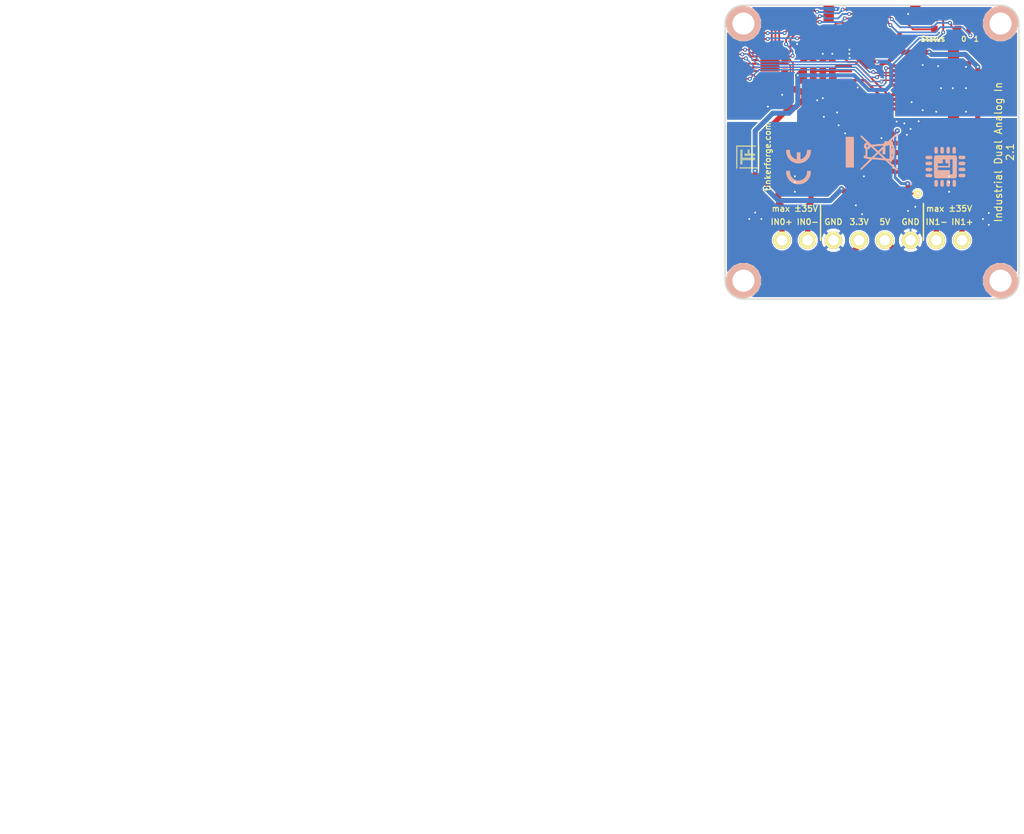
<source format=kicad_pcb>
(kicad_pcb (version 20171130) (host pcbnew 5.0.2-bee76a0~70~ubuntu18.04.1)
  (title_block (title "Industrial Dual Analog In") (date 2019-08-26) (rev 2.1) (company "Tinkerforge GmbH") (comment 1 "Copyright (©) 2019, B.Nordmeyer <bastian@tinkerforge.com>"))
  (layers (0 F.Cu signal) (31 B.Cu signal) (34 B.Paste user) (35 F.Paste user) (36 B.SilkS user) (37 F.SilkS user) (38 B.Mask user) (39 F.Mask user) (44 Edge.Cuts user))
  (net 0 "")
  (net 1 AGND)
  (net 2 +3.3VADC)
  (net 3 -VAA)
  (net 4 3V3)
  (net 5 "Net-(C5-Pad1)")
  (net 6 "Net-(C5-Pad2)")
  (net 7 DGND)
  (net 8 "Net-(C8-Pad2)")
  (net 9 "Net-(C9-Pad2)")
  (net 10 ADC0)
  (net 11 ADC1)
  (net 12 "Net-(C12-Pad2)")
  (net 13 "Net-(C14-Pad2)")
  (net 14 "Net-(C18-Pad1)")
  (net 15 "Net-(C21-Pad1)")
  (net 16 +3.3VP)
  (net 17 +5V)
  (net 18 "Net-(P1-Pad4)")
  (net 19 "Net-(P1-Pad5)")
  (net 20 "Net-(P1-Pad6)")
  (net 21 "Net-(P3-Pad2)")
  (net 22 "Net-(P3-Pad1)")
  (net 23 "Net-(P3-Pad7)")
  (net 24 "Net-(P3-Pad8)")
  (net 25 "Net-(R5-Pad2)")
  (net 26 "Net-(R13-Pad1)")
  (net 27 "Net-(R10-Pad2)")
  (net 28 "Net-(C15-Pad2)")
  (net 29 "Net-(C17-Pad1)")
  (net 30 "Net-(C20-Pad1)")
  (net 31 "Net-(R3-Pad2)")
  (net 32 "Net-(R6-Pad2)")
  (net 33 "Net-(R15-Pad1)")
  (net 34 "Net-(R11-Pad2)")
  (net 35 "Net-(D1-Pad2)")
  (net 36 "Net-(D2-Pad2)")
  (net 37 "Net-(D3-Pad2)")
  (net 38 "Net-(C23-Pad1)")
  (net 39 "Net-(P4-Pad1)")
  (net 40 "Net-(P5-Pad2)")
  (net 41 M-MOSI)
  (net 42 S-MISO)
  (net 43 S-MOSI)
  (net 44 S-CLK)
  (net 45 S-CS)
  (net 46 M-CS)
  (net 47 M-CLK)
  (net 48 M-MISO)
  (net 49 "Net-(RP2-Pad6)")
  (net 50 "Net-(RP2-Pad7)")
  (net 51 "Net-(RP2-Pad8)")
  (net 52 P0.2)
  (net 53 "Net-(D4-Pad2)")
  (net 54 "Net-(D5-Pad2)")
  (net 55 LEDS)
  (net 56 LED0)
  (net 57 LED1)
  (module tinkerforge:Fiducial_Mark (layer F.Cu) (at 117.1 112.5)
    (fp_text reference Fiducial_Mark hide)
    (fp_text value VAL** hide)
    (pad 1 smd circle (at 0 0) (size 1.00076 1.00076) (layers F.Cu F.Mask) (clearance 0.65024))
  )
  (module tinkerforge:Fiducial_Mark (layer F.Cu) (at 154.1 87.5)
    (fp_text reference Fiducial_Mark hide)
    (fp_text value VAL** hide)
    (pad 1 smd circle (at 0 0) (size 1.00076 1.00076) (layers F.Cu F.Mask) (clearance 0.65024))
  )
  (module tinkerforge:Fiducial_Mark (layer F.Cu) (at 153.1 113.5)
    (fp_text reference Fiducial_Mark hide)
    (fp_text value VAL** hide)
    (pad 1 smd circle (at 0 0) (size 1.00076 1.00076) (layers F.Cu F.Mask) (clearance 0.65024))
  )
  (module logo:Logo_31x31 (layer F.Cu) (at 117.1 102.25 90)
    (fp_text reference G*** hide)
    (fp_text value Logo_31x31 hide)
  )
  (module kicad-libraries:PINTST (layer F.Cu) (at 141.8 105.65)
    (fp_text reference P2 hide)
    (fp_text value CONN_1 hide)
    (pad 1 thru_hole circle (at 0 0) (size 1.143 1.143) (drill 0.35) (layers *.Cu F.SilkS B.Mask) (net 3 -VAA))
  )
  (module kicad-libraries:DRILL_NP (layer F.Cu) (at 118.1 117.5)
    (fp_text reference U8 hide)
    (fp_text value DRILL hide)
    (pad "" np_thru_hole circle (at 0 0) (size 2.99974 2.99974) (drill 2.99974) (layers *.Cu *.Mask F.SilkS) (clearance 0.89916))
  )
  (module kicad-libraries:DRILL_NP (layer F.Cu) (at 118.1 82.5)
    (fp_text reference U7 hide)
    (fp_text value DRILL hide)
    (pad "" np_thru_hole circle (at 0 0) (size 2.99974 2.99974) (drill 2.99974) (layers *.Cu *.Mask F.SilkS) (clearance 0.89916))
  )
  (module kicad-libraries:DRILL_NP (layer F.Cu) (at 153.1 82.5)
    (fp_text reference U6 hide)
    (fp_text value DRILL hide)
    (pad "" np_thru_hole circle (at 0 0) (size 2.99974 2.99974) (drill 2.99974) (layers *.Cu *.Mask F.SilkS) (clearance 0.89916))
  )
  (module kicad-libraries:DRILL_NP (layer F.Cu) (at 153.1 117.5)
    (fp_text reference U5 hide)
    (fp_text value DRILL hide)
    (pad "" np_thru_hole circle (at 0 0) (size 2.99974 2.99974) (drill 2.99974) (layers *.Cu *.Mask F.SilkS) (clearance 0.89916))
  )
  (module kicad-libraries:SOIC8 (layer F.Cu) (at 135.6 100.7 90)
    (fp_text reference U1)
    (fp_text value LMV342IDRG4)
    (pad 1 smd rect (at -1.90246 2.69748 270) (size 0.59944 1.5494) (layers F.Cu F.Paste F.Mask) (net 32 "Net-(R6-Pad2)"))
    (pad 2 smd rect (at -0.63246 2.69748 270) (size 0.59944 1.5494) (layers F.Cu F.Paste F.Mask) (net 33 "Net-(R15-Pad1)"))
    (pad 3 smd rect (at 0.63246 2.69748 270) (size 0.59944 1.5494) (layers F.Cu F.Paste F.Mask) (net 34 "Net-(R11-Pad2)"))
    (pad 4 smd rect (at 1.90246 2.69748 270) (size 0.59944 1.5494) (layers F.Cu F.Paste F.Mask) (net 3 -VAA))
    (pad 5 smd rect (at 1.90246 -2.69748 90) (size 0.59944 1.5494) (layers F.Cu F.Paste F.Mask) (net 27 "Net-(R10-Pad2)"))
    (pad 6 smd rect (at 0.63246 -2.69748 90) (size 0.59944 1.5494) (layers F.Cu F.Paste F.Mask) (net 26 "Net-(R13-Pad1)"))
    (pad 7 smd rect (at -0.63246 -2.69748 90) (size 0.59944 1.5494) (layers F.Cu F.Paste F.Mask) (net 25 "Net-(R5-Pad2)"))
    (pad 8 smd rect (at -1.90246 -2.69748 90) (size 0.59944 1.5494) (layers F.Cu F.Paste F.Mask) (net 2 +3.3VADC))
  )
  (module kicad-libraries:OQ_8P (layer F.Cu) (at 135.6 112)
    (fp_text reference P3)
    (fp_text value CONN_8)
    (pad 2 thru_hole circle (at -8.7503 0) (size 2.4003 2.4003) (drill 1.39954) (layers *.Cu *.Mask F.SilkS) (net 21 "Net-(P3-Pad2)"))
    (pad 3 thru_hole circle (at -5.25018 0) (size 2.4003 2.4003) (drill 1.39954) (layers *.Cu *.Mask F.SilkS) (net 1 AGND))
    (pad 4 thru_hole circle (at -1.75006 0) (size 2.4003 2.4003) (drill 1.39954) (layers *.Cu *.Mask F.SilkS) (net 36 "Net-(D2-Pad2)"))
    (pad 1 thru_hole circle (at -12.25042 0) (size 2.4003 2.4003) (drill 1.39954) (layers *.Cu *.Mask F.SilkS) (net 22 "Net-(P3-Pad1)"))
    (pad 5 thru_hole circle (at 1.75006 0) (size 2.4003 2.4003) (drill 1.39954) (layers *.Cu *.Mask F.SilkS) (net 35 "Net-(D1-Pad2)"))
    (pad 6 thru_hole circle (at 5.25018 0) (size 2.4003 2.4003) (drill 1.39954) (layers *.Cu *.Mask F.SilkS) (net 1 AGND))
    (pad 7 thru_hole circle (at 8.7503 0) (size 2.4003 2.4003) (drill 1.39954) (layers *.Cu *.Mask F.SilkS) (net 23 "Net-(P3-Pad7)"))
    (pad 8 thru_hole circle (at 12.25042 0) (size 2.4003 2.4003) (drill 1.39954) (layers *.Cu *.Mask F.SilkS) (net 24 "Net-(P3-Pad8)"))
  )
  (module kicad-libraries:SOD-323 (layer F.Cu) (at 119.7 110.425 270)
    (fp_text reference D2)
    (fp_text value CDSOD323-T03SC)
    (pad 1 smd rect (at -1.3208 0 270) (size 0.762 0.6858) (layers F.Cu F.Paste F.Mask) (net 1 AGND))
    (pad 2 smd rect (at 1.3208 0 270) (size 0.762 0.6858) (layers F.Cu F.Paste F.Mask) (net 36 "Net-(D2-Pad2)"))
  )
  (module kicad-libraries:SOD-323 (layer F.Cu) (at 151.5 110.425 270)
    (fp_text reference D1)
    (fp_text value CDSOD323-T05SC)
    (pad 1 smd rect (at -1.3208 0 270) (size 0.762 0.6858) (layers F.Cu F.Paste F.Mask) (net 1 AGND))
    (pad 2 smd rect (at 1.3208 0 270) (size 0.762 0.6858) (layers F.Cu F.Paste F.Mask) (net 35 "Net-(D1-Pad2)"))
  )
  (module kicad-libraries:F1206 (layer F.Cu) (at 150.7 104.4 270)
    (fp_text reference F1)
    (fp_text value OZCJ0035FF2G)
    (pad 1 smd rect (at -1.50114 0 270) (size 1.00076 1.6002) (layers F.Cu F.Paste F.Mask) (net 17 +5V))
    (pad 2 smd rect (at 1.50114 0 270) (size 1.00076 1.6002) (layers F.Cu F.Paste F.Mask) (net 35 "Net-(D1-Pad2)"))
  )
  (module kicad-libraries:F1206 (layer F.Cu) (at 119.7 105 270)
    (fp_text reference F2)
    (fp_text value OZCJ0035FF2G)
    (pad 1 smd rect (at -1.50114 0 270) (size 1.00076 1.6002) (layers F.Cu F.Paste F.Mask) (net 4 3V3))
    (pad 2 smd rect (at 1.50114 0 270) (size 1.00076 1.6002) (layers F.Cu F.Paste F.Mask) (net 36 "Net-(D2-Pad2)"))
  )
  (module kicad-libraries:SOT23-6 (layer F.Cu) (at 136.75 106.45 90)
    (fp_text reference U2)
    (fp_text value LM2664)
    (pad 1 smd rect (at -0.94996 1.19888 90) (size 0.50038 0.8001) (layers F.Cu F.Paste F.Mask) (net 1 AGND) (clearance 0.14986))
    (pad 2 smd rect (at 0 1.19888 90) (size 0.50038 0.8001) (layers F.Cu F.Paste F.Mask) (net 3 -VAA) (clearance 0.14986))
    (pad 3 smd rect (at 0.94996 1.19888 90) (size 0.50038 0.8001) (layers F.Cu F.Paste F.Mask) (net 6 "Net-(C5-Pad2)") (clearance 0.14986))
    (pad 6 smd rect (at -0.94996 -1.19888 90) (size 0.50038 0.8001) (layers F.Cu F.Paste F.Mask) (net 5 "Net-(C5-Pad1)") (clearance 0.14986))
    (pad 4 smd rect (at 0.94996 -1.19888 90) (size 0.50038 0.8001) (layers F.Cu F.Paste F.Mask) (net 2 +3.3VADC) (clearance 0.14986))
    (pad 5 smd rect (at 0 -1.19888 90) (size 0.50038 0.8001) (layers F.Cu F.Paste F.Mask) (net 2 +3.3VADC) (clearance 0.14986))
  )
  (module kicad-libraries:SSOP20-53 (layer F.Cu) (at 135.6 91.2 270)
    (fp_text reference U4)
    (fp_text value MCP3911)
    (pad 1 smd rect (at -2.925 3.6 270) (size 0.45 1.75) (layers F.Cu F.Paste F.Mask) (net 12 "Net-(C12-Pad2)"))
    (pad 2 smd rect (at -2.275 3.6 270) (size 0.45 1.75) (layers F.Cu F.Paste F.Mask) (net 12 "Net-(C12-Pad2)"))
    (pad 3 smd rect (at -1.625 3.6 270) (size 0.45 1.75) (layers F.Cu F.Paste F.Mask) (net 28 "Net-(C15-Pad2)"))
    (pad 4 smd rect (at -0.975 3.6 270) (size 0.45 1.75) (layers F.Cu F.Paste F.Mask) (net 11 ADC1))
    (pad 5 smd rect (at -0.325 3.6 270) (size 0.45 1.75) (layers F.Cu F.Paste F.Mask) (net 1 AGND))
    (pad 6 smd rect (at 0.325 3.6 270) (size 0.45 1.75) (layers F.Cu F.Paste F.Mask) (net 1 AGND))
    (pad 7 smd rect (at 0.975 3.6 270) (size 0.45 1.75) (layers F.Cu F.Paste F.Mask) (net 10 ADC0))
    (pad 8 smd rect (at 1.625 3.6 270) (size 0.45 1.75) (layers F.Cu F.Paste F.Mask) (net 1 AGND))
    (pad 9 smd rect (at 2.275 3.6 270) (size 0.45 1.75) (layers F.Cu F.Paste F.Mask) (net 13 "Net-(C14-Pad2)"))
    (pad 10 smd rect (at 2.925 3.6 270) (size 0.45 1.75) (layers F.Cu F.Paste F.Mask) (net 1 AGND))
    (pad 11 smd rect (at 2.925 -3.6 270) (size 0.45 1.75) (layers F.Cu F.Paste F.Mask) (net 7 DGND))
    (pad 12 smd rect (at 2.275 -3.6 270) (size 0.45 1.75) (layers F.Cu F.Paste F.Mask))
    (pad 13 smd rect (at 1.625 -3.6 270) (size 0.45 1.75) (layers F.Cu F.Paste F.Mask))
    (pad 14 smd rect (at 0.975 -3.6 270) (size 0.45 1.75) (layers F.Cu F.Paste F.Mask) (net 31 "Net-(R3-Pad2)"))
    (pad 15 smd rect (at 0.325 -3.6 270) (size 0.45 1.75) (layers F.Cu F.Paste F.Mask) (net 9 "Net-(C9-Pad2)"))
    (pad 16 smd rect (at -0.325 -3.6 270) (size 0.45 1.75) (layers F.Cu F.Paste F.Mask) (net 8 "Net-(C8-Pad2)"))
    (pad 17 smd rect (at -0.975 -3.6 270) (size 0.45 1.75) (layers F.Cu F.Paste F.Mask) (net 46 M-CS))
    (pad 18 smd rect (at -1.625 -3.6 270) (size 0.45 1.75) (layers F.Cu F.Paste F.Mask) (net 47 M-CLK))
    (pad 19 smd rect (at -2.275 -3.6 270) (size 0.46 1.75) (layers F.Cu F.Paste F.Mask) (net 48 M-MISO))
    (pad 20 smd rect (at -2.925 -3.6 270) (size 0.45 1.75) (layers F.Cu F.Paste F.Mask) (net 41 M-MOSI))
  )
  (module kicad-libraries:C0603F (layer F.Cu) (at 134 86.6 180)
    (fp_text reference C24)
    (fp_text value 1uF)
    (pad 1 smd rect (at -0.75 0 180) (size 0.9 0.9) (layers F.Cu F.Paste F.Mask) (net 4 3V3))
    (pad 2 smd rect (at 0.75 0 180) (size 0.9 0.9) (layers F.Cu F.Paste F.Mask) (net 7 DGND))
  )
  (module kicad-libraries:C0603F (layer F.Cu) (at 124.12 91.47)
    (fp_text reference C25)
    (fp_text value 100nF)
    (pad 1 smd rect (at -0.75 0) (size 0.9 0.9) (layers F.Cu F.Paste F.Mask) (net 7 DGND))
    (pad 2 smd rect (at 0.75 0) (size 0.9 0.9) (layers F.Cu F.Paste F.Mask) (net 4 3V3))
  )
  (module kicad-libraries:CON-SENSOR2 (layer F.Cu) (at 135.6 80 180)
    (fp_text reference P1)
    (fp_text value CON-SENSOR2)
    (pad 1 smd rect (at -3.75 -4.6 180) (size 0.6 1.8) (layers F.Cu F.Paste F.Mask) (net 17 +5V))
    (pad 2 smd rect (at -2.5 -4.6 180) (size 0.6 1.8) (layers F.Cu F.Paste F.Mask) (net 7 DGND))
    (pad EP smd rect (at -5.9 -1.2 180) (size 1.4 2.4) (layers F.Cu F.Paste F.Mask) (net 7 DGND))
    (pad EP smd rect (at 5.9 -1.2 180) (size 1.4 2.4) (layers F.Cu F.Paste F.Mask) (net 7 DGND))
    (pad 3 smd rect (at -1.25 -4.6 180) (size 0.6 1.8) (layers F.Cu F.Paste F.Mask) (net 4 3V3))
    (pad 4 smd rect (at 0 -4.6 180) (size 0.6 1.8) (layers F.Cu F.Paste F.Mask) (net 18 "Net-(P1-Pad4)"))
    (pad 5 smd rect (at 1.25 -4.6 180) (size 0.6 1.8) (layers F.Cu F.Paste F.Mask) (net 19 "Net-(P1-Pad5)"))
    (pad 6 smd rect (at 2.5 -4.6 180) (size 0.6 1.8) (layers F.Cu F.Paste F.Mask) (net 20 "Net-(P1-Pad6)"))
    (pad 7 smd rect (at 3.75 -4.6 180) (size 0.6 1.8) (layers F.Cu F.Paste F.Mask) (net 38 "Net-(C23-Pad1)"))
  )
  (module kicad-libraries:DEBUG_PAD (layer F.Cu) (at 119.8 91.3)
    (fp_text reference P4)
    (fp_text value DEBUG)
    (pad 1 smd circle (at 0 0) (size 0.7 0.7) (layers F.Cu F.Paste F.Mask) (net 39 "Net-(P4-Pad1)"))
  )
  (module kicad-libraries:SolderJumper (layer F.Cu) (at 121.43 92.83 90)
    (fp_text reference P5)
    (fp_text value DEBUG)
    (pad 2 smd rect (at 0.55 0 90) (size 0.3 1.4) (layers F.Cu F.Mask) (net 40 "Net-(P5-Pad2)"))
    (pad 2 smd rect (at 0.15 0 90) (size 0.6 0.5) (layers F.Cu F.Mask) (net 40 "Net-(P5-Pad2)"))
    (pad 1 smd rect (at -0.5 0 90) (size 0.4 1.4) (layers F.Cu F.Mask) (net 7 DGND))
    (pad 1 smd rect (at -0.225 0.55 90) (size 0.95 0.3) (layers F.Cu F.Mask) (net 7 DGND))
    (pad 1 smd rect (at -0.225 -0.55 90) (size 0.95 0.3) (layers F.Cu F.Mask) (net 7 DGND))
  )
  (module kicad-libraries:4X0402 (layer F.Cu) (at 126.7 83.7 90)
    (fp_text reference RP1)
    (fp_text value 82)
    (pad 1 smd rect (at -0.7493 0.575 270) (size 0.29972 0.65) (layers F.Cu F.Paste F.Mask) (net 38 "Net-(C23-Pad1)"))
    (pad 2 smd rect (at -0.24892 0.575 270) (size 0.29972 0.65) (layers F.Cu F.Paste F.Mask) (net 20 "Net-(P1-Pad6)"))
    (pad 3 smd rect (at 0.24892 0.575 270) (size 0.29972 0.65) (layers F.Cu F.Paste F.Mask) (net 19 "Net-(P1-Pad5)"))
    (pad 4 smd rect (at 0.7493 0.575 270) (size 0.29972 0.65) (layers F.Cu F.Paste F.Mask) (net 18 "Net-(P1-Pad4)"))
    (pad 5 smd rect (at 0.7493 -0.575 90) (size 0.29972 0.65) (layers F.Cu F.Paste F.Mask) (net 45 S-CS))
    (pad 6 smd rect (at 0.24892 -0.575 90) (size 0.29972 0.65) (layers F.Cu F.Paste F.Mask) (net 44 S-CLK))
    (pad 7 smd rect (at -0.24892 -0.575 90) (size 0.29972 0.65) (layers F.Cu F.Paste F.Mask) (net 43 S-MOSI))
    (pad 8 smd rect (at -0.7493 -0.575 90) (size 0.29972 0.65) (layers F.Cu F.Paste F.Mask) (net 42 S-MISO))
  )
  (module kicad-libraries:4X0402 (layer F.Cu) (at 117.92 88.72 270)
    (fp_text reference RP2)
    (fp_text value 82)
    (pad 1 smd rect (at -0.7493 0.575 90) (size 0.29972 0.65) (layers F.Cu F.Paste F.Mask) (net 46 M-CS))
    (pad 2 smd rect (at -0.24892 0.575 90) (size 0.29972 0.65) (layers F.Cu F.Paste F.Mask) (net 47 M-CLK))
    (pad 3 smd rect (at 0.24892 0.575 90) (size 0.29972 0.65) (layers F.Cu F.Paste F.Mask) (net 48 M-MISO))
    (pad 4 smd rect (at 0.7493 0.575 90) (size 0.29972 0.65) (layers F.Cu F.Paste F.Mask) (net 41 M-MOSI))
    (pad 5 smd rect (at 0.7493 -0.575 270) (size 0.29972 0.65) (layers F.Cu F.Paste F.Mask) (net 52 P0.2))
    (pad 6 smd rect (at 0.24892 -0.575 270) (size 0.29972 0.65) (layers F.Cu F.Paste F.Mask) (net 49 "Net-(RP2-Pad6)"))
    (pad 7 smd rect (at -0.24892 -0.575 270) (size 0.29972 0.65) (layers F.Cu F.Paste F.Mask) (net 50 "Net-(RP2-Pad7)"))
    (pad 8 smd rect (at -0.7493 -0.575 270) (size 0.29972 0.65) (layers F.Cu F.Paste F.Mask) (net 51 "Net-(RP2-Pad8)"))
  )
  (module kicad-libraries:QFN24-4x4mm-0.5mm (layer F.Cu) (at 121.71 87.72 90)
    (fp_text reference U3)
    (fp_text value XMC1100)
    (pad 1 smd oval (at -2.025 -1.25 90) (size 1 0.3) (layers F.Cu F.Paste F.Mask) (net 52 P0.2))
    (pad 2 smd oval (at -2.025 -0.75 90) (size 1 0.3) (layers F.Cu F.Paste F.Mask) (net 39 "Net-(P4-Pad1)"))
    (pad 3 smd oval (at -2.025 -0.25 90) (size 1 0.3) (layers F.Cu F.Paste F.Mask))
    (pad 4 smd oval (at -2.025 0.25 90) (size 1 0.3) (layers F.Cu F.Paste F.Mask))
    (pad 5 smd oval (at -2.025 0.75 90) (size 1 0.3) (layers F.Cu F.Paste F.Mask))
    (pad 6 smd oval (at -2.025 1.25 90) (size 1 0.3) (layers F.Cu F.Paste F.Mask))
    (pad 7 smd oval (at -1.25 2.025 180) (size 1 0.3) (layers F.Cu F.Paste F.Mask) (net 40 "Net-(P5-Pad2)"))
    (pad 8 smd oval (at -0.75 2.025 180) (size 1 0.3) (layers F.Cu F.Paste F.Mask))
    (pad 9 smd oval (at -0.25 2.025 180) (size 1 0.3) (layers F.Cu F.Paste F.Mask) (net 7 DGND))
    (pad 10 smd oval (at 0.25 2.025 180) (size 1 0.3) (layers F.Cu F.Paste F.Mask) (net 4 3V3))
    (pad 11 smd oval (at 0.75 2.025 180) (size 1 0.3) (layers F.Cu F.Paste F.Mask) (net 44 S-CLK))
    (pad 12 smd oval (at 1.25 2.025 180) (size 1 0.3) (layers F.Cu F.Paste F.Mask) (net 43 S-MOSI))
    (pad 13 smd oval (at 2.025 1.25 90) (size 1 0.3) (layers F.Cu F.Paste F.Mask) (net 57 LED1))
    (pad 14 smd oval (at 2.025 0.75 90) (size 1 0.3) (layers F.Cu F.Paste F.Mask) (net 56 LED0))
    (pad 15 smd oval (at 2.025 0.25 90) (size 1 0.3) (layers F.Cu F.Paste F.Mask) (net 55 LEDS))
    (pad 16 smd oval (at 2.025 -0.25 90) (size 1 0.3) (layers F.Cu F.Paste F.Mask))
    (pad 17 smd oval (at 2.025 -0.75 90) (size 1 0.3) (layers F.Cu F.Paste F.Mask))
    (pad 18 smd oval (at 2.025 -1.25 90) (size 1 0.3) (layers F.Cu F.Paste F.Mask) (net 42 S-MISO))
    (pad 19 smd oval (at 1.25 -2.025 180) (size 1 0.3) (layers F.Cu F.Paste F.Mask))
    (pad 20 smd oval (at 0.75 -2.025 180) (size 1 0.3) (layers F.Cu F.Paste F.Mask) (net 45 S-CS))
    (pad 21 smd oval (at 0.25 -2.025 180) (size 1 0.3) (layers F.Cu F.Paste F.Mask))
    (pad 22 smd oval (at -0.25 -2.025 180) (size 1 0.3) (layers F.Cu F.Paste F.Mask) (net 51 "Net-(RP2-Pad8)"))
    (pad 23 smd oval (at -0.75 -2.025 180) (size 1 0.3) (layers F.Cu F.Paste F.Mask) (net 50 "Net-(RP2-Pad7)"))
    (pad 24 smd oval (at -1.25 -2.025 180) (size 1 0.3) (layers F.Cu F.Paste F.Mask) (net 49 "Net-(RP2-Pad6)"))
    (pad EXP smd rect (at 0.65 0.65 90) (size 1.3 1.3) (layers F.Cu F.Paste F.Mask) (net 7 DGND))
    (pad EXP smd rect (at 0.65 -0.65 90) (size 1.3 1.3) (layers F.Cu F.Paste F.Mask) (net 7 DGND))
    (pad EXP smd rect (at -0.65 0.65 90) (size 1.3 1.3) (layers F.Cu F.Paste F.Mask) (net 7 DGND))
    (pad EXP smd rect (at -0.65 -0.65 90) (size 1.3 1.3) (layers F.Cu F.Paste F.Mask) (net 7 DGND))
  )
  (module kicad-libraries:C0603F (layer F.Cu) (at 133.7 104.1 180)
    (fp_text reference C1)
    (fp_text value 100nF)
    (pad 1 smd rect (at -0.75 0 180) (size 0.9 0.9) (layers F.Cu F.Paste F.Mask) (net 1 AGND))
    (pad 2 smd rect (at 0.75 0 180) (size 0.9 0.9) (layers F.Cu F.Paste F.Mask) (net 2 +3.3VADC))
  )
  (module kicad-libraries:C0603F (layer F.Cu) (at 138.125 96.65 90)
    (fp_text reference C2)
    (fp_text value 100nF)
    (pad 1 smd rect (at -0.75 0 90) (size 0.9 0.9) (layers F.Cu F.Paste F.Mask) (net 3 -VAA))
    (pad 2 smd rect (at 0.75 0 90) (size 0.9 0.9) (layers F.Cu F.Paste F.Mask) (net 1 AGND))
  )
  (module kicad-libraries:C0603F (layer F.Cu) (at 134.25 106.45 270)
    (fp_text reference C3)
    (fp_text value 3.3µF)
    (pad 1 smd rect (at -0.75 0 270) (size 0.9 0.9) (layers F.Cu F.Paste F.Mask) (net 2 +3.3VADC))
    (pad 2 smd rect (at 0.75 0 270) (size 0.9 0.9) (layers F.Cu F.Paste F.Mask) (net 1 AGND))
  )
  (module kicad-libraries:C0603F (layer F.Cu) (at 140.5 106.45 270)
    (fp_text reference C4)
    (fp_text value 3.3µF)
    (pad 1 smd rect (at -0.75 0 270) (size 0.9 0.9) (layers F.Cu F.Paste F.Mask) (net 3 -VAA))
    (pad 2 smd rect (at 0.75 0 270) (size 0.9 0.9) (layers F.Cu F.Paste F.Mask) (net 1 AGND))
  )
  (module kicad-libraries:C0603F (layer F.Cu) (at 136.75 104.1)
    (fp_text reference C5)
    (fp_text value 3.3µF)
    (pad 1 smd rect (at -0.75 0) (size 0.9 0.9) (layers F.Cu F.Paste F.Mask) (net 5 "Net-(C5-Pad1)"))
    (pad 2 smd rect (at 0.75 0) (size 0.9 0.9) (layers F.Cu F.Paste F.Mask) (net 6 "Net-(C5-Pad2)"))
  )
  (module kicad-libraries:C0603F (layer F.Cu) (at 139.2 106.45 90)
    (fp_text reference C6)
    (fp_text value 100nF)
    (pad 1 smd rect (at -0.75 0 90) (size 0.9 0.9) (layers F.Cu F.Paste F.Mask) (net 1 AGND))
    (pad 2 smd rect (at 0.75 0 90) (size 0.9 0.9) (layers F.Cu F.Paste F.Mask) (net 3 -VAA))
  )
  (module kicad-libraries:C0805 (layer F.Cu) (at 137.2 86.5)
    (fp_text reference C7)
    (fp_text value 10uF)
    (pad 1 smd rect (at -1.00076 0) (size 1.00076 1.24968) (layers F.Cu F.Paste F.Mask) (net 4 3V3) (clearance 0.14986))
    (pad 2 smd rect (at 1.00076 0) (size 1.00076 1.24968) (layers F.Cu F.Paste F.Mask) (net 7 DGND) (clearance 0.14986))
  )
  (module kicad-libraries:C0603F (layer F.Cu) (at 142.5 89.75 270)
    (fp_text reference C8)
    (fp_text value 18pF)
    (pad 1 smd rect (at -0.75 0 270) (size 0.9 0.9) (layers F.Cu F.Paste F.Mask) (net 7 DGND))
    (pad 2 smd rect (at 0.75 0 270) (size 0.9 0.9) (layers F.Cu F.Paste F.Mask) (net 8 "Net-(C8-Pad2)"))
  )
  (module kicad-libraries:C0603F (layer F.Cu) (at 142.5 92.65 90)
    (fp_text reference C9)
    (fp_text value 18pF)
    (pad 1 smd rect (at -0.75 0 90) (size 0.9 0.9) (layers F.Cu F.Paste F.Mask) (net 7 DGND))
    (pad 2 smd rect (at 0.75 0 90) (size 0.9 0.9) (layers F.Cu F.Paste F.Mask) (net 9 "Net-(C9-Pad2)"))
  )
  (module kicad-libraries:C0603F (layer F.Cu) (at 132.6 96.65 90)
    (fp_text reference C10)
    (fp_text value 1nF)
    (pad 1 smd rect (at -0.75 0 90) (size 0.9 0.9) (layers F.Cu F.Paste F.Mask) (net 1 AGND))
    (pad 2 smd rect (at 0.75 0 90) (size 0.9 0.9) (layers F.Cu F.Paste F.Mask) (net 10 ADC0))
  )
  (module kicad-libraries:C0603F (layer F.Cu) (at 136.825 96.65 90)
    (fp_text reference C11)
    (fp_text value 1nF)
    (pad 1 smd rect (at -0.75 0 90) (size 0.9 0.9) (layers F.Cu F.Paste F.Mask) (net 1 AGND))
    (pad 2 smd rect (at 0.75 0 90) (size 0.9 0.9) (layers F.Cu F.Paste F.Mask) (net 11 ADC1))
  )
  (module kicad-libraries:C0603F (layer F.Cu) (at 130.2 88.1 270)
    (fp_text reference C12)
    (fp_text value 100nF)
    (pad 1 smd rect (at -0.75 0 270) (size 0.9 0.9) (layers F.Cu F.Paste F.Mask) (net 7 DGND))
    (pad 2 smd rect (at 0.75 0 270) (size 0.9 0.9) (layers F.Cu F.Paste F.Mask) (net 12 "Net-(C12-Pad2)"))
  )
  (module kicad-libraries:C0603F (layer F.Cu) (at 128.9 88.1 270)
    (fp_text reference C13)
    (fp_text value 10µF)
    (pad 1 smd rect (at -0.75 0 270) (size 0.9 0.9) (layers F.Cu F.Paste F.Mask) (net 7 DGND))
    (pad 2 smd rect (at 0.75 0 270) (size 0.9 0.9) (layers F.Cu F.Paste F.Mask) (net 12 "Net-(C12-Pad2)"))
  )
  (module kicad-libraries:C0603F (layer F.Cu) (at 129.9 94.4 90)
    (fp_text reference C14)
    (fp_text value 100nF)
    (pad 1 smd rect (at -0.75 0 90) (size 0.9 0.9) (layers F.Cu F.Paste F.Mask) (net 1 AGND))
    (pad 2 smd rect (at 0.75 0 90) (size 0.9 0.9) (layers F.Cu F.Paste F.Mask) (net 13 "Net-(C14-Pad2)"))
  )
  (module kicad-libraries:C0603F (layer F.Cu) (at 130.2 91 90)
    (fp_text reference C15)
    (fp_text value 100nF)
    (pad 1 smd rect (at -0.75 0 90) (size 0.9 0.9) (layers F.Cu F.Paste F.Mask) (net 1 AGND))
    (pad 2 smd rect (at 0.75 0 90) (size 0.9 0.9) (layers F.Cu F.Paste F.Mask) (net 28 "Net-(C15-Pad2)"))
  )
  (module kicad-libraries:C0603F (layer F.Cu) (at 128.9 91 90)
    (fp_text reference C16)
    (fp_text value 10µF)
    (pad 1 smd rect (at -0.75 0 90) (size 0.9 0.9) (layers F.Cu F.Paste F.Mask) (net 1 AGND))
    (pad 2 smd rect (at 0.75 0 90) (size 0.9 0.9) (layers F.Cu F.Paste F.Mask) (net 28 "Net-(C15-Pad2)"))
  )
  (module kicad-libraries:C0603F (layer F.Cu) (at 126.05 103.3 270)
    (fp_text reference C17)
    (fp_text value 15pF)
    (pad 1 smd rect (at -0.75 0 270) (size 0.9 0.9) (layers F.Cu F.Paste F.Mask) (net 29 "Net-(C17-Pad1)"))
    (pad 2 smd rect (at 0.75 0 270) (size 0.9 0.9) (layers F.Cu F.Paste F.Mask) (net 1 AGND))
  )
  (module kicad-libraries:C0603F (layer F.Cu) (at 125.1 101.2)
    (fp_text reference C18)
    (fp_text value 150pF)
    (pad 1 smd rect (at -0.75 0) (size 0.9 0.9) (layers F.Cu F.Paste F.Mask) (net 14 "Net-(C18-Pad1)"))
    (pad 2 smd rect (at 0.75 0) (size 0.9 0.9) (layers F.Cu F.Paste F.Mask) (net 29 "Net-(C17-Pad1)"))
  )
  (module kicad-libraries:C0603F (layer F.Cu) (at 124.15 103.3 90)
    (fp_text reference C19)
    (fp_text value 15pF)
    (pad 1 smd rect (at -0.75 0 90) (size 0.9 0.9) (layers F.Cu F.Paste F.Mask) (net 1 AGND))
    (pad 2 smd rect (at 0.75 0 90) (size 0.9 0.9) (layers F.Cu F.Paste F.Mask) (net 14 "Net-(C18-Pad1)"))
  )
  (module kicad-libraries:C0603F (layer F.Cu) (at 145.175 103.3 270)
    (fp_text reference C20)
    (fp_text value 15pF)
    (pad 1 smd rect (at -0.75 0 270) (size 0.9 0.9) (layers F.Cu F.Paste F.Mask) (net 30 "Net-(C20-Pad1)"))
    (pad 2 smd rect (at 0.75 0 270) (size 0.9 0.9) (layers F.Cu F.Paste F.Mask) (net 1 AGND))
  )
  (module kicad-libraries:C0603F (layer F.Cu) (at 146.1 101.2 180)
    (fp_text reference C21)
    (fp_text value 150pF)
    (pad 1 smd rect (at -0.75 0 180) (size 0.9 0.9) (layers F.Cu F.Paste F.Mask) (net 15 "Net-(C21-Pad1)"))
    (pad 2 smd rect (at 0.75 0 180) (size 0.9 0.9) (layers F.Cu F.Paste F.Mask) (net 30 "Net-(C20-Pad1)"))
  )
  (module kicad-libraries:C0603F (layer F.Cu) (at 147.05 103.3 90)
    (fp_text reference C22)
    (fp_text value 15pF)
    (pad 1 smd rect (at -0.75 0 90) (size 0.9 0.9) (layers F.Cu F.Paste F.Mask) (net 1 AGND))
    (pad 2 smd rect (at 0.75 0 90) (size 0.9 0.9) (layers F.Cu F.Paste F.Mask) (net 15 "Net-(C21-Pad1)"))
  )
  (module kicad-libraries:D0603F (layer F.Cu) (at 144.1 82.5 270)
    (fp_text reference D3)
    (fp_text value blue)
    (pad 1 smd rect (at -0.75 0 270) (size 0.9 0.9) (layers F.Cu F.Paste F.Mask) (net 4 3V3))
    (pad 2 smd rect (at 0.75 0 270) (size 0.9 0.9) (layers F.Cu F.Paste F.Mask) (net 37 "Net-(D3-Pad2)"))
  )
  (module kicad-libraries:C0603F (layer F.Cu) (at 126.3 91 90)
    (fp_text reference FB1)
    (fp_text value FILTER)
    (pad 1 smd rect (at -0.75 0 90) (size 0.9 0.9) (layers F.Cu F.Paste F.Mask) (net 2 +3.3VADC))
    (pad 2 smd rect (at 0.75 0 90) (size 0.9 0.9) (layers F.Cu F.Paste F.Mask) (net 4 3V3))
  )
  (module kicad-libraries:C0603F (layer F.Cu) (at 126.3 88.1 270)
    (fp_text reference FB2)
    (fp_text value FILTER)
    (pad 1 smd rect (at -0.75 0 270) (size 0.9 0.9) (layers F.Cu F.Paste F.Mask) (net 16 +3.3VP))
    (pad 2 smd rect (at 0.75 0 270) (size 0.9 0.9) (layers F.Cu F.Paste F.Mask) (net 4 3V3))
  )
  (module kicad-libraries:R0603F (layer F.Cu) (at 141 95.1 270)
    (fp_text reference R1)
    (fp_text value 0)
    (pad 1 smd rect (at -0.75 0 270) (size 0.9 0.9) (layers F.Cu F.Paste F.Mask) (net 7 DGND))
    (pad 2 smd rect (at 0.75 0 270) (size 0.9 0.9) (layers F.Cu F.Paste F.Mask) (net 1 AGND))
  )
  (module kicad-libraries:R0603F (layer F.Cu) (at 141.2 91.2 270)
    (fp_text reference R2)
    (fp_text value 1M)
    (pad 1 smd rect (at -0.75 0 270) (size 0.9 0.9) (layers F.Cu F.Paste F.Mask) (net 8 "Net-(C8-Pad2)"))
    (pad 2 smd rect (at 0.75 0 270) (size 0.9 0.9) (layers F.Cu F.Paste F.Mask) (net 9 "Net-(C9-Pad2)"))
  )
  (module kicad-libraries:R0603F (layer F.Cu) (at 129.6 85.7)
    (fp_text reference R3)
    (fp_text value 100k)
    (pad 1 smd rect (at -0.75 0) (size 0.9 0.9) (layers F.Cu F.Paste F.Mask) (net 16 +3.3VP))
    (pad 2 smd rect (at 0.75 0) (size 0.9 0.9) (layers F.Cu F.Paste F.Mask) (net 31 "Net-(R3-Pad2)"))
  )
  (module kicad-libraries:R0603F (layer F.Cu) (at 133.9 96.65 270)
    (fp_text reference R5)
    (fp_text value 68.1)
    (pad 1 smd rect (at -0.75 0 270) (size 0.9 0.9) (layers F.Cu F.Paste F.Mask) (net 10 ADC0))
    (pad 2 smd rect (at 0.75 0 270) (size 0.9 0.9) (layers F.Cu F.Paste F.Mask) (net 25 "Net-(R5-Pad2)"))
  )
  (module kicad-libraries:R0603F (layer F.Cu) (at 135.375 96.65 270)
    (fp_text reference R6)
    (fp_text value 68.1)
    (pad 1 smd rect (at -0.75 0 270) (size 0.9 0.9) (layers F.Cu F.Paste F.Mask) (net 11 ADC1))
    (pad 2 smd rect (at 0.75 0 270) (size 0.9 0.9) (layers F.Cu F.Paste F.Mask) (net 32 "Net-(R6-Pad2)"))
  )
  (module kicad-libraries:R0603F (layer F.Cu) (at 127.6 88.1 270)
    (fp_text reference R7)
    (fp_text value 10)
    (pad 1 smd rect (at -0.75 0 270) (size 0.9 0.9) (layers F.Cu F.Paste F.Mask) (net 16 +3.3VP))
    (pad 2 smd rect (at 0.75 0 270) (size 0.9 0.9) (layers F.Cu F.Paste F.Mask) (net 12 "Net-(C12-Pad2)"))
  )
  (module kicad-libraries:R0603F (layer F.Cu) (at 131.05 100.9 90)
    (fp_text reference R8)
    (fp_text value 4k7/10ppm)
    (pad 1 smd rect (at -0.75 0 90) (size 0.9 0.9) (layers F.Cu F.Paste F.Mask) (net 25 "Net-(R5-Pad2)"))
    (pad 2 smd rect (at 0.75 0 90) (size 0.9 0.9) (layers F.Cu F.Paste F.Mask) (net 26 "Net-(R13-Pad1)"))
  )
  (module kicad-libraries:R0603F (layer F.Cu) (at 140.275 102.15 90)
    (fp_text reference R9)
    (fp_text value 4k7/10ppm)
    (pad 1 smd rect (at -0.75 0 90) (size 0.9 0.9) (layers F.Cu F.Paste F.Mask) (net 32 "Net-(R6-Pad2)"))
    (pad 2 smd rect (at 0.75 0 90) (size 0.9 0.9) (layers F.Cu F.Paste F.Mask) (net 33 "Net-(R15-Pad1)"))
  )
  (module kicad-libraries:R0603F (layer F.Cu) (at 131.05 98 270)
    (fp_text reference R10)
    (fp_text value 4k7/10ppm)
    (pad 1 smd rect (at -0.75 0 270) (size 0.9 0.9) (layers F.Cu F.Paste F.Mask) (net 1 AGND))
    (pad 2 smd rect (at 0.75 0 270) (size 0.9 0.9) (layers F.Cu F.Paste F.Mask) (net 27 "Net-(R10-Pad2)"))
  )
  (module kicad-libraries:R0603F (layer F.Cu) (at 140.275 99.25 270)
    (fp_text reference R11)
    (fp_text value 4k7/10ppm)
    (pad 1 smd rect (at -0.75 0 270) (size 0.9 0.9) (layers F.Cu F.Paste F.Mask) (net 1 AGND))
    (pad 2 smd rect (at 0.75 0 270) (size 0.9 0.9) (layers F.Cu F.Paste F.Mask) (net 34 "Net-(R11-Pad2)"))
  )
  (module kicad-libraries:R0603F (layer F.Cu) (at 127.6 91 90)
    (fp_text reference R12)
    (fp_text value 10)
    (pad 1 smd rect (at -0.75 0 90) (size 0.9 0.9) (layers F.Cu F.Paste F.Mask) (net 2 +3.3VADC))
    (pad 2 smd rect (at 0.75 0 90) (size 0.9 0.9) (layers F.Cu F.Paste F.Mask) (net 28 "Net-(C15-Pad2)"))
  )
  (module kicad-libraries:R0603F (layer F.Cu) (at 127.2 100.4 270)
    (fp_text reference R13)
    (fp_text value 280k/10ppm)
    (pad 1 smd rect (at -0.75 0 270) (size 0.9 0.9) (layers F.Cu F.Paste F.Mask) (net 26 "Net-(R13-Pad1)"))
    (pad 2 smd rect (at 0.75 0 270) (size 0.9 0.9) (layers F.Cu F.Paste F.Mask) (net 29 "Net-(C17-Pad1)"))
  )
  (module kicad-libraries:R0603F (layer F.Cu) (at 123 100.4 270)
    (fp_text reference R14)
    (fp_text value 280k/10ppm)
    (pad 1 smd rect (at -0.75 0 270) (size 0.9 0.9) (layers F.Cu F.Paste F.Mask) (net 27 "Net-(R10-Pad2)"))
    (pad 2 smd rect (at 0.75 0 270) (size 0.9 0.9) (layers F.Cu F.Paste F.Mask) (net 14 "Net-(C18-Pad1)"))
  )
  (module kicad-libraries:R0603F (layer F.Cu) (at 144 100.4 270)
    (fp_text reference R15)
    (fp_text value 280k/10ppm)
    (pad 1 smd rect (at -0.75 0 270) (size 0.9 0.9) (layers F.Cu F.Paste F.Mask) (net 33 "Net-(R15-Pad1)"))
    (pad 2 smd rect (at 0.75 0 270) (size 0.9 0.9) (layers F.Cu F.Paste F.Mask) (net 30 "Net-(C20-Pad1)"))
  )
  (module kicad-libraries:R0603F (layer F.Cu) (at 148.2 100.4 270)
    (fp_text reference R16)
    (fp_text value 280k/10ppm)
    (pad 1 smd rect (at -0.75 0 270) (size 0.9 0.9) (layers F.Cu F.Paste F.Mask) (net 34 "Net-(R11-Pad2)"))
    (pad 2 smd rect (at 0.75 0 270) (size 0.9 0.9) (layers F.Cu F.Paste F.Mask) (net 15 "Net-(C21-Pad1)"))
  )
  (module kicad-libraries:R0603F (layer F.Cu) (at 127.35 103.3 270)
    (fp_text reference R17)
    (fp_text value 10)
    (pad 1 smd rect (at -0.75 0 270) (size 0.9 0.9) (layers F.Cu F.Paste F.Mask) (net 29 "Net-(C17-Pad1)"))
    (pad 2 smd rect (at 0.75 0 270) (size 0.9 0.9) (layers F.Cu F.Paste F.Mask) (net 21 "Net-(P3-Pad2)"))
  )
  (module kicad-libraries:R0603F (layer F.Cu) (at 122.85 103.3 270)
    (fp_text reference R18)
    (fp_text value 10)
    (pad 1 smd rect (at -0.75 0 270) (size 0.9 0.9) (layers F.Cu F.Paste F.Mask) (net 14 "Net-(C18-Pad1)"))
    (pad 2 smd rect (at 0.75 0 270) (size 0.9 0.9) (layers F.Cu F.Paste F.Mask) (net 22 "Net-(P3-Pad1)"))
  )
  (module kicad-libraries:R0603F (layer F.Cu) (at 143.875 103.3 270)
    (fp_text reference R19)
    (fp_text value 10)
    (pad 1 smd rect (at -0.75 0 270) (size 0.9 0.9) (layers F.Cu F.Paste F.Mask) (net 30 "Net-(C20-Pad1)"))
    (pad 2 smd rect (at 0.75 0 270) (size 0.9 0.9) (layers F.Cu F.Paste F.Mask) (net 23 "Net-(P3-Pad7)"))
  )
  (module kicad-libraries:R0603F (layer F.Cu) (at 148.35 103.3 270)
    (fp_text reference R20)
    (fp_text value 10)
    (pad 1 smd rect (at -0.75 0 270) (size 0.9 0.9) (layers F.Cu F.Paste F.Mask) (net 15 "Net-(C21-Pad1)"))
    (pad 2 smd rect (at 0.75 0 270) (size 0.9 0.9) (layers F.Cu F.Paste F.Mask) (net 24 "Net-(P3-Pad8)"))
  )
  (module kicad-libraries:R0603F (layer F.Cu) (at 126.55 105.4 180)
    (fp_text reference R21)
    (fp_text value 100k)
    (pad 1 smd rect (at -0.75 0 180) (size 0.9 0.9) (layers F.Cu F.Paste F.Mask) (net 21 "Net-(P3-Pad2)"))
    (pad 2 smd rect (at 0.75 0 180) (size 0.9 0.9) (layers F.Cu F.Paste F.Mask) (net 1 AGND))
  )
  (module kicad-libraries:R0603F (layer F.Cu) (at 123.65 105.4 180)
    (fp_text reference R22)
    (fp_text value 100k)
    (pad 1 smd rect (at -0.75 0 180) (size 0.9 0.9) (layers F.Cu F.Paste F.Mask) (net 1 AGND))
    (pad 2 smd rect (at 0.75 0 180) (size 0.9 0.9) (layers F.Cu F.Paste F.Mask) (net 22 "Net-(P3-Pad1)"))
  )
  (module kicad-libraries:R0603F (layer F.Cu) (at 144.65 105.4)
    (fp_text reference R23)
    (fp_text value 100k)
    (pad 1 smd rect (at -0.75 0) (size 0.9 0.9) (layers F.Cu F.Paste F.Mask) (net 23 "Net-(P3-Pad7)"))
    (pad 2 smd rect (at 0.75 0) (size 0.9 0.9) (layers F.Cu F.Paste F.Mask) (net 1 AGND))
  )
  (module kicad-libraries:R0603F (layer F.Cu) (at 147.55 105.4)
    (fp_text reference R24)
    (fp_text value 100k)
    (pad 1 smd rect (at -0.75 0) (size 0.9 0.9) (layers F.Cu F.Paste F.Mask) (net 1 AGND))
    (pad 2 smd rect (at 0.75 0) (size 0.9 0.9) (layers F.Cu F.Paste F.Mask) (net 24 "Net-(P3-Pad8)"))
  )
  (module kicad-libraries:CE_5mm (layer B.Cu) (at 125.6 102 90)
    (fp_text reference VAL hide)
    (fp_text value CE_5mm hide)
  )
  (module kicad-libraries:WEEE_7mm (layer B.Cu) (at 135.6 100 90)
    (fp_text reference VAL hide)
    (fp_text value WEEE_7mm hide)
  )
  (module kicad-libraries:Logo_CoMCU (layer B.Cu) (at 145.6 102 90)
    (fp_text reference G*** hide)
    (fp_text value LOGO hide)
  )
  (module kicad-libraries:D0603F (layer F.Cu) (at 148.9 82.5 270)
    (fp_text reference D4)
    (fp_text value blue)
    (pad 1 smd rect (at -0.75 0 270) (size 0.9 0.9) (layers F.Cu F.Paste F.Mask) (net 4 3V3))
    (pad 2 smd rect (at 0.75 0 270) (size 0.9 0.9) (layers F.Cu F.Paste F.Mask) (net 53 "Net-(D4-Pad2)"))
  )
  (module kicad-libraries:D0603F (layer F.Cu) (at 147.3 82.5 270)
    (fp_text reference D5)
    (fp_text value blue)
    (pad 1 smd rect (at -0.75 0 270) (size 0.9 0.9) (layers F.Cu F.Paste F.Mask) (net 4 3V3))
    (pad 2 smd rect (at 0.75 0 270) (size 0.9 0.9) (layers F.Cu F.Paste F.Mask) (net 54 "Net-(D5-Pad2)"))
  )
  (module kicad-libraries:4X0402 (layer F.Cu) (at 126.7 81.5 90)
    (fp_text reference RP3)
    (fp_text value 1k)
    (pad 1 smd rect (at -0.7493 0.575 270) (size 0.29972 0.65) (layers F.Cu F.Paste F.Mask) (net 53 "Net-(D4-Pad2)"))
    (pad 2 smd rect (at -0.24892 0.575 270) (size 0.29972 0.65) (layers F.Cu F.Paste F.Mask) (net 54 "Net-(D5-Pad2)"))
    (pad 3 smd rect (at 0.24892 0.575 270) (size 0.29972 0.65) (layers F.Cu F.Paste F.Mask))
    (pad 4 smd rect (at 0.7493 0.575 270) (size 0.29972 0.65) (layers F.Cu F.Paste F.Mask) (net 37 "Net-(D3-Pad2)"))
    (pad 5 smd rect (at 0.7493 -0.575 90) (size 0.29972 0.65) (layers F.Cu F.Paste F.Mask) (net 55 LEDS))
    (pad 6 smd rect (at 0.24892 -0.575 90) (size 0.29972 0.65) (layers F.Cu F.Paste F.Mask))
    (pad 7 smd rect (at -0.24892 -0.575 90) (size 0.29972 0.65) (layers F.Cu F.Paste F.Mask) (net 56 LED0))
    (pad 8 smd rect (at -0.7493 -0.575 90) (size 0.29972 0.65) (layers F.Cu F.Paste F.Mask) (net 57 LED1))
  )
  (module kicad-libraries:C0402F (layer F.Cu) (at 126.7 85.3 180)
    (fp_text reference C23)
    (fp_text value 220pF)
    (pad 2 smd rect (at 0.5 0 180) (size 0.6 0.7) (layers F.Cu F.Paste F.Mask) (net 7 DGND))
    (pad 1 smd rect (at -0.5 0 180) (size 0.6 0.7) (layers F.Cu F.Paste F.Mask) (net 38 "Net-(C23-Pad1)"))
  )
  (module kicad-libraries:HC49_US (layer F.Cu) (at 146.7 91.5 270)
    (fp_text reference X1)
    (fp_text value 4MHz)
    (pad 1 smd rect (at -4.24942 0 270) (size 5.4991 1.50114) (layers F.Cu F.Paste F.Mask) (net 8 "Net-(C8-Pad2)"))
    (pad 2 smd rect (at 4.24942 0 270) (size 5.4991 1.50114) (layers F.Cu F.Paste F.Mask) (net 9 "Net-(C9-Pad2)"))
  )
  (gr_text 1 (at 149.8 84.6) (layer F.SilkS) (effects (font (size 0.7 0.7))))
  (gr_text 0 (at 148.1 84.6) (layer F.SilkS) (effects (font (size 0.7 0.7))))
  (gr_text Status (at 143.9 84.6) (layer F.SilkS) (effects (font (size 0.7 0.7))))
  (gr_text "Industrial Dual Analog In\n2.1" (at 153.6 100 90) (layer F.SilkS) (effects (font (size 1 1))))
  (gr_text "max ±35V" (at 146.1 107.7) (layer F.SilkS) (effects (font (size 0.8 0.8))))
  (gr_line (start 142.6 107) (end 142.6 112) (angle 90) (layer F.SilkS) (width 0.2))
  (gr_line (start 128.6 107) (end 128.6 112) (angle 90) (layer F.SilkS) (width 0.2))
  (gr_text "max ±35V" (at 125.1 107.7) (layer F.SilkS) (effects (font (size 0.8 0.8))))
  (gr_text tinkerforge.com (at 121.4 100.625 90) (layer F.SilkS) (effects (font (size 0.8 0.8))))
  (gr_text 5V (at 137.35 109.5) (layer F.SilkS) (effects (font (size 0.8 0.8))))
  (gr_text 3.3V (at 133.85 109.5) (layer F.SilkS) (effects (font (size 0.8 0.8))))
  (gr_text IN1- (at 144.4 109.5) (layer F.SilkS) (effects (font (size 0.8 0.8))))
  (gr_text IN1+ (at 147.9 109.5) (layer F.SilkS) (effects (font (size 0.8 0.8))))
  (gr_text GND (at 140.85 109.5) (layer F.SilkS) (effects (font (size 0.8 0.8))))
  (gr_text GND (at 130.35 109.5) (layer F.SilkS) (effects (font (size 0.8 0.8))))
  (gr_text IN0- (at 126.85 109.5) (layer F.SilkS) (effects (font (size 0.8 0.8))))
  (gr_text IN0+ (at 123.3 109.5) (layer F.SilkS) (effects (font (size 0.8 0.8))))
  (gr_line (start 155.6 117.5) (end 155.6 82.5) (angle 90) (layer Edge.Cuts) (width 0.15))
  (gr_line (start 118.1 120) (end 153.1 120) (angle 90) (layer Edge.Cuts) (width 0.15))
  (gr_line (start 115.6 82.5) (end 115.6 117.5) (angle 90) (layer Edge.Cuts) (width 0.15))
  (gr_line (start 153.1 80) (end 118.1 80) (angle 90) (layer Edge.Cuts) (width 0.15))
  (gr_arc (start 153.1 82.5) (end 153.1 80) (angle 90) (layer Edge.Cuts) (width 0.15))
  (gr_arc (start 118.1 82.5) (end 115.6 82.5) (angle 90) (layer Edge.Cuts) (width 0.15))
  (gr_arc (start 118.1 117.5) (end 118.1 120) (angle 90) (layer Edge.Cuts) (width 0.15))
  (gr_arc (start 153.1 117.5) (end 155.6 117.5) (angle 90) (layer Edge.Cuts) (width 0.15))
  (segment (start 151.5 109.1042) (end 151.5 109.9) (width 0.7) (layer F.Cu) (net 1))
  (via (at 151.5 109.9) (size 0.7) (drill 0.25) (layers F.Cu B.Cu) (net 1))
  (segment (start 140.25 97.75) (end 140.35 97.65) (width 0.7) (layer F.Cu) (net 1))
  (via (at 140.35 97.65) (size 0.7) (layers F.Cu B.Cu) (net 1))
  (segment (start 140.25 98.4499) (end 140.25 97.75) (width 0.7) (layer F.Cu) (net 1))
  (segment (start 138.1 95.8499) (end 138.9499 95.8499) (width 0.7) (layer F.Cu) (net 1))
  (via (at 138.95 95.85) (size 0.7) (layers F.Cu B.Cu) (net 1))
  (segment (start 138.9499 95.8499) (end 138.95 95.85) (width 0.7) (layer F.Cu) (net 1))
  (segment (start 132 92.825) (end 130.875 92.825) (width 0.4) (layer F.Cu) (net 1))
  (segment (start 130.875 92.825) (end 130.2 92.15) (width 0.4) (layer F.Cu) (net 1))
  (segment (start 130.2 92.15) (end 130.2 91.8001) (width 0.4) (layer F.Cu) (net 1))
  (segment (start 132 91.525) (end 133.325 91.525) (width 0.35) (layer F.Cu) (net 1))
  (segment (start 133.325 90.875) (end 133.65 91.2) (width 0.35) (layer F.Cu) (net 1))
  (via (at 133.65 91.2) (size 0.7) (layers F.Cu B.Cu) (net 1))
  (segment (start 133.325 90.875) (end 132 90.875) (width 0.35) (layer F.Cu) (net 1))
  (segment (start 133.325 91.525) (end 133.65 91.2) (width 0.35) (layer F.Cu) (net 1))
  (segment (start 140.5 107.45076) (end 141.49924 107.45076) (width 0.7) (layer F.Cu) (net 1))
  (via (at 141.5 107.45) (size 0.7) (layers F.Cu B.Cu) (net 1))
  (segment (start 141.49924 107.45076) (end 141.5 107.45) (width 0.7) (layer F.Cu) (net 1))
  (segment (start 134.25 107.45076) (end 134.25 108.45) (width 0.7) (layer F.Cu) (net 1))
  (via (at 134.25 108.45) (size 0.7) (layers F.Cu B.Cu) (net 1))
  (segment (start 141 96.10076) (end 141 96.7) (width 0.4) (layer F.Cu) (net 1))
  (via (at 140.85 96.85) (size 0.7) (layers F.Cu B.Cu) (net 1))
  (segment (start 141 96.7) (end 140.85 96.85) (width 0.4) (layer F.Cu) (net 1))
  (segment (start 141 96.10076) (end 141.64924 96.10076) (width 0.7) (layer F.Cu) (net 1))
  (via (at 141.95 95.8) (size 0.7) (layers F.Cu B.Cu) (net 1))
  (segment (start 141.64924 96.10076) (end 141.95 95.8) (width 0.7) (layer F.Cu) (net 1))
  (segment (start 141 96.10076) (end 140.00076 96.10076) (width 0.7) (layer F.Cu) (net 1))
  (via (at 140 96.1) (size 0.7) (layers F.Cu B.Cu) (net 1))
  (segment (start 140.00076 96.10076) (end 140 96.1) (width 0.7) (layer F.Cu) (net 1))
  (segment (start 120.25 104.25) (end 121.1 103.4) (width 0.254) (layer B.Cu) (net 1))
  (segment (start 132 94.125) (end 131.575 94.125) (width 0.35) (layer F.Cu) (net 1))
  (segment (start 132.225 90.875) (end 131.475 90.875) (width 0.35) (layer F.Cu) (net 1))
  (segment (start 130.3501 91.8001) (end 130.2 91.8001) (width 0.35) (layer F.Cu) (net 1))
  (segment (start 132.225 92.825) (end 131.375 92.825) (width 0.35) (layer F.Cu) (net 1))
  (segment (start 129.5501 91.8001) (end 129.55 91.8) (width 0.7) (layer F.Cu) (net 1))
  (segment (start 130.2 91.8001) (end 129.5501 91.8001) (width 0.7) (layer F.Cu) (net 1))
  (segment (start 129.5499 91.8001) (end 129.55 91.8) (width 0.7) (layer F.Cu) (net 1))
  (segment (start 139.05014 107.39996) (end 139.2 107.2501) (width 0.35) (layer F.Cu) (net 1))
  (segment (start 137.94888 107.39996) (end 139.05014 107.39996) (width 0.4) (layer F.Cu) (net 1))
  (segment (start 139.2 107.2501) (end 140.5 107.2501) (width 0.7) (layer F.Cu) (net 1))
  (segment (start 140.5 108) (end 140.5 107.2501) (width 0.35) (layer F.Cu) (net 1))
  (segment (start 140.85018 112) (end 140.85018 108.35018) (width 0.254) (layer B.Cu) (net 1))
  (segment (start 133.4001 107.2501) (end 134.25 107.2501) (width 0.35) (layer F.Cu) (net 1))
  (segment (start 133.4001 107.2501) (end 133.4 107.25) (width 0.35) (layer F.Cu) (net 1))
  (segment (start 134.5001 104.1) (end 134.5001 103.3001) (width 0.35) (layer F.Cu) (net 1))
  (via (at 134.5 103.3) (size 0.7) (layers F.Cu B.Cu) (net 1))
  (segment (start 134.5001 103.3001) (end 134.5 103.3) (width 0.35) (layer F.Cu) (net 1))
  (segment (start 132.6 97.4501) (end 131.9501 97.4501) (width 0.7) (layer F.Cu) (net 1))
  (via (at 131.95 97.45) (size 0.7) (layers F.Cu B.Cu) (net 1))
  (segment (start 131.9501 97.4501) (end 131.95 97.45) (width 0.7) (layer F.Cu) (net 1))
  (segment (start 136.25 97.45) (end 136.9 98.1) (width 0.254) (layer B.Cu) (net 1))
  (segment (start 136.8 98) (end 136.8 97.4501) (width 0.7) (layer F.Cu) (net 1))
  (via (at 136.9 98.1) (size 0.7) (layers F.Cu B.Cu) (net 1))
  (segment (start 136.8 98) (end 136.9 98.1) (width 0.7) (layer F.Cu) (net 1))
  (segment (start 131.95 97.45) (end 136.25 97.45) (width 0.254) (layer B.Cu) (net 1))
  (segment (start 132 94.125) (end 131.475 94.125) (width 0.4) (layer F.Cu) (net 1))
  (segment (start 130.85 94.5) (end 130.85 94.6) (width 0.4) (layer F.Cu) (net 1))
  (via (at 130.85 94.6) (size 0.7) (layers F.Cu B.Cu) (net 1))
  (segment (start 131.225 94.125) (end 130.85 94.5) (width 0.4) (layer F.Cu) (net 1))
  (segment (start 132 94.125) (end 131.225 94.125) (width 0.4) (layer F.Cu) (net 1))
  (via (at 129.05 95.2) (size 0.7) (layers F.Cu B.Cu) (net 1))
  (segment (start 129.5499 91.8001) (end 128.9 91.8001) (width 0.7) (layer F.Cu) (net 1))
  (segment (start 128.45 92.65) (end 128.15 92.95) (width 0.7) (layer F.Cu) (net 1))
  (via (at 128.15 92.95) (size 0.7) (layers F.Cu B.Cu) (net 1))
  (segment (start 128.9 91.8001) (end 128.9 92.65) (width 0.7) (layer F.Cu) (net 1))
  (via (at 128.9 92.65) (size 0.7) (layers F.Cu B.Cu) (net 1))
  (segment (start 128.9 92.65) (end 128.45 92.65) (width 0.7) (layer F.Cu) (net 1))
  (segment (start 126.05 104.1001) (end 125.1001 104.1001) (width 0.7) (layer F.Cu) (net 1))
  (segment (start 125.0999 104.1001) (end 124.15 104.1001) (width 0.7) (layer F.Cu) (net 1))
  (segment (start 121.1 103.4) (end 125.1 103.4) (width 0.254) (layer B.Cu) (net 1))
  (via (at 125.1 105.4) (size 0.7) (layers F.Cu B.Cu) (net 1))
  (segment (start 125.1 103.4) (end 125.1 102.1) (width 0.254) (layer B.Cu) (net 1))
  (via (at 125.1 104.1) (size 0.7) (layers F.Cu B.Cu) (net 1))
  (segment (start 125.1 104.1) (end 125.1 103.3) (width 0.7) (layer F.Cu) (net 1))
  (segment (start 125.0999 104.1001) (end 125.1 104.1) (width 0.7) (layer F.Cu) (net 1))
  (segment (start 125.1001 104.1001) (end 125.1 104.1) (width 0.7) (layer F.Cu) (net 1))
  (via (at 140.5 108) (size 0.7) (layers F.Cu B.Cu) (net 1))
  (segment (start 140.85018 108.35018) (end 140.5 108) (width 0.254) (layer B.Cu) (net 1))
  (via (at 133.4 107.25) (size 0.7) (layers F.Cu B.Cu) (net 1))
  (segment (start 134.5 103.3) (end 134.5 106.15) (width 0.254) (layer B.Cu) (net 1))
  (segment (start 131.95 97.25) (end 131.05 96.35) (width 0.254) (layer B.Cu) (net 1))
  (segment (start 131.95 97.45) (end 131.95 97.25) (width 0.254) (layer B.Cu) (net 1))
  (via (at 125.1 103.3) (size 0.7) (layers F.Cu B.Cu) (net 1))
  (segment (start 142.4 108) (end 140.5 108) (width 0.254) (layer B.Cu) (net 1))
  (segment (start 134.15 108) (end 133.4 107.25) (width 0.254) (layer B.Cu) (net 1))
  (segment (start 140.5 108) (end 134.15 108) (width 0.254) (layer B.Cu) (net 1))
  (segment (start 134.5 106.15) (end 133.4 107.25) (width 0.254) (layer B.Cu) (net 1))
  (via (at 131.05 96.35) (size 0.7) (layers F.Cu B.Cu) (net 1))
  (segment (start 129.7 96.35) (end 131.05 96.35) (width 0.254) (layer B.Cu) (net 1))
  (segment (start 125.1 100.95) (end 129.7 96.35) (width 0.254) (layer B.Cu) (net 1))
  (segment (start 125.1 101.3) (end 125.1 100.95) (width 0.254) (layer B.Cu) (net 1))
  (segment (start 125.1 105.4) (end 124.4501 105.4) (width 0.7) (layer F.Cu) (net 1))
  (segment (start 125.7499 105.4) (end 125.1 105.4) (width 0.7) (layer F.Cu) (net 1))
  (segment (start 131.05 97.1999) (end 131.05 96.35) (width 0.7) (layer F.Cu) (net 1))
  (segment (start 146.1 104.3) (end 142.4 108) (width 0.254) (layer B.Cu) (net 1))
  (segment (start 146.1 104.1) (end 146.1 103.3) (width 0.7) (layer F.Cu) (net 1))
  (via (at 146.1 103.3) (size 0.7) (layers F.Cu B.Cu) (net 1))
  (segment (start 146.0999 104.1001) (end 146.1 104.1) (width 0.7) (layer F.Cu) (net 1))
  (segment (start 146.1001 104.1001) (end 146.1 104.1) (width 0.7) (layer F.Cu) (net 1))
  (segment (start 147.05 104.1001) (end 146.1001 104.1001) (width 0.7) (layer F.Cu) (net 1))
  (via (at 146.1 104.1) (size 0.7) (layers F.Cu B.Cu) (net 1))
  (segment (start 146.0999 104.1001) (end 145.15 104.1001) (width 0.7) (layer F.Cu) (net 1))
  (segment (start 146.1 102.1) (end 146.1 103.4) (width 0.254) (layer B.Cu) (net 1))
  (via (at 146.1 105.4) (size 0.7) (layers F.Cu B.Cu) (net 1))
  (segment (start 146.1 103.4) (end 146.1 104.3) (width 0.254) (layer B.Cu) (net 1))
  (segment (start 146.1 105.4) (end 145.4501 105.4) (width 0.7) (layer F.Cu) (net 1))
  (segment (start 146.7499 105.4) (end 146.1 105.4) (width 0.7) (layer F.Cu) (net 1))
  (via (at 151.5 108.3) (size 0.7) (layers F.Cu B.Cu) (net 1))
  (segment (start 151.5 109.1042) (end 151.5 108.3) (width 0.7) (layer F.Cu) (net 1))
  (segment (start 150.7042 109.1042) (end 150.7 109.1) (width 0.7) (layer F.Cu) (net 1))
  (via (at 150.7 109.1) (size 0.7) (layers F.Cu B.Cu) (net 1))
  (segment (start 151.5 109.1042) (end 150.7042 109.1042) (width 0.7) (layer F.Cu) (net 1))
  (segment (start 118.9042 109.1042) (end 118.9 109.1) (width 0.7) (layer F.Cu) (net 1))
  (via (at 118.9 109.1) (size 0.7) (layers F.Cu B.Cu) (net 1))
  (segment (start 119.7 109.1042) (end 118.9042 109.1042) (width 0.7) (layer F.Cu) (net 1))
  (via (at 119.7 108.225) (size 0.7) (layers F.Cu B.Cu) (net 1))
  (segment (start 119.7 109.1042) (end 119.7 108.225) (width 0.7) (layer F.Cu) (net 1))
  (segment (start 120.5458 109.1042) (end 120.55 109.1) (width 0.7) (layer F.Cu) (net 1))
  (via (at 120.55 109.1) (size 0.7) (layers F.Cu B.Cu) (net 1))
  (segment (start 119.7 109.1042) (end 120.5458 109.1042) (width 0.7) (layer F.Cu) (net 1))
  (segment (start 129.05 95.2) (end 129.85 95.2) (width 0.7) (layer F.Cu) (net 1))
  (segment (start 129.85 95.2) (end 129.9 95.15) (width 0.7) (layer F.Cu) (net 1))
  (segment (start 130.34982 112) (end 127.84982 109.5) (width 0.254) (layer B.Cu) (net 1))
  (segment (start 127.84982 109.5) (end 120.95 109.5) (width 0.254) (layer B.Cu) (net 1))
  (segment (start 120.95 109.5) (end 120.55 109.1) (width 0.254) (layer B.Cu) (net 1))
  (segment (start 119.7 108.225) (end 119.1 107.625) (width 0.254) (layer B.Cu) (net 1))
  (segment (start 119.1 107.625) (end 119.1 105.4) (width 0.254) (layer B.Cu) (net 1))
  (segment (start 119.1 105.4) (end 120.25 104.25) (width 0.254) (layer B.Cu) (net 1))
  (segment (start 130.34982 112) (end 133.89982 108.45) (width 0.254) (layer B.Cu) (net 1))
  (segment (start 133.89982 108.45) (end 134.25 108.45) (width 0.254) (layer B.Cu) (net 1))
  (segment (start 132.90252 102.60246) (end 132.90252 104.09738) (width 0.7) (layer F.Cu) (net 2))
  (segment (start 131.89924 105.44924) (end 131.45 105) (width 0.7) (layer F.Cu) (net 2))
  (via (at 131.45 105) (size 0.7) (layers F.Cu B.Cu) (net 2))
  (segment (start 134.25 105.44924) (end 131.89924 105.44924) (width 0.7) (layer F.Cu) (net 2))
  (segment (start 121.25 105) (end 121.25 97.05) (width 0.7) (layer F.Cu) (net 2))
  (via (at 121.25 105) (size 0.7) (layers F.Cu B.Cu) (net 2))
  (segment (start 132.90252 104.09738) (end 132.8999 104.1) (width 0.7) (layer F.Cu) (net 2))
  (segment (start 134.39986 105.50004) (end 134.25 105.6499) (width 0.35) (layer F.Cu) (net 2))
  (segment (start 132.8999 104.8999) (end 132.8999 104.1) (width 0.7) (layer F.Cu) (net 2))
  (segment (start 132.8999 104.8999) (end 132.9 104.9) (width 0.7) (layer F.Cu) (net 2))
  (segment (start 133.6499 105.6499) (end 132.9 104.9) (width 0.35) (layer F.Cu) (net 2))
  (segment (start 134.25 105.6499) (end 133.6499 105.6499) (width 0.35) (layer F.Cu) (net 2))
  (segment (start 134.3499 105.6499) (end 134.25 105.6499) (width 0.35) (layer F.Cu) (net 2))
  (segment (start 135.15 106.45) (end 134.3499 105.6499) (width 0.4) (layer F.Cu) (net 2))
  (segment (start 135.55112 106.45) (end 135.15 106.45) (width 0.4) (layer F.Cu) (net 2))
  (segment (start 134.39986 105.50004) (end 134.25 105.6499) (width 0.35) (layer F.Cu) (net 2))
  (segment (start 135.55112 105.50004) (end 134.39986 105.50004) (width 0.4) (layer F.Cu) (net 2))
  (segment (start 126.3 92.8) (end 126.3 91.8001) (width 0.7) (layer F.Cu) (net 2))
  (segment (start 126.3 91.8001) (end 127.6 91.8001) (width 0.7) (layer F.Cu) (net 2))
  (segment (start 121.25 97.05) (end 124.4 93.9) (width 0.7) (layer F.Cu) (net 2))
  (segment (start 124.4 93.9) (end 125.2 93.9) (width 0.7) (layer F.Cu) (net 2))
  (segment (start 125.2 93.9) (end 126.3 92.8) (width 0.7) (layer F.Cu) (net 2))
  (segment (start 131.45 105) (end 131.45 105.05) (width 0.7) (layer B.Cu) (net 2))
  (segment (start 131.45 105.05) (end 129.9 106.6) (width 0.7) (layer B.Cu) (net 2))
  (segment (start 129.9 106.6) (end 122.85 106.6) (width 0.7) (layer B.Cu) (net 2))
  (segment (start 122.85 106.6) (end 121.25 105) (width 0.7) (layer B.Cu) (net 2))
  (segment (start 140.5 105.6499) (end 141.7999 105.6499) (width 0.254) (layer F.Cu) (net 3))
  (segment (start 141.7999 105.6499) (end 141.8 105.65) (width 0.254) (layer F.Cu) (net 3))
  (segment (start 140.45 104.3) (end 139.6 104.3) (width 0.4) (layer B.Cu) (net 3))
  (segment (start 140.5 104.35) (end 140.45 104.3) (width 0.7) (layer F.Cu) (net 3))
  (via (at 140.45 104.3) (size 0.7) (layers F.Cu B.Cu) (net 3))
  (segment (start 140.5 105.44924) (end 140.5 104.35) (width 0.7) (layer F.Cu) (net 3))
  (segment (start 139.6 104.3) (end 138.75 103.45) (width 0.4) (layer B.Cu) (net 3))
  (segment (start 138.2999 106.45) (end 139.1 105.6499) (width 0.4) (layer F.Cu) (net 3))
  (segment (start 137.94888 106.45) (end 138.2999 106.45) (width 0.4) (layer F.Cu) (net 3))
  (segment (start 139.1 105.6499) (end 140.5 105.6499) (width 0.7) (layer F.Cu) (net 3))
  (segment (start 138.29748 97.64758) (end 138.1 97.4501) (width 0.35) (layer F.Cu) (net 3))
  (segment (start 138.29748 98.79754) (end 138.29748 97.64758) (width 0.35) (layer F.Cu) (net 3))
  (segment (start 138.75 103.45) (end 138.75 97.4) (width 0.35) (layer B.Cu) (net 3))
  (segment (start 138.75 97.4) (end 139.05 97.1) (width 0.35) (layer B.Cu) (net 3))
  (segment (start 138.1 97.4501) (end 138.6999 97.4501) (width 0.35) (layer F.Cu) (net 3))
  (via (at 139.05 97.1) (size 0.7) (layers F.Cu B.Cu) (net 3))
  (segment (start 138.6999 97.4501) (end 139.05 97.1) (width 0.35) (layer F.Cu) (net 3))
  (segment (start 138.26 88.26) (end 142.02 84.5) (width 0.254) (layer B.Cu) (net 4))
  (segment (start 142.02 84.5) (end 144.6 84.5) (width 0.254) (layer B.Cu) (net 4))
  (segment (start 145.3 82.1) (end 144.95 81.75) (width 0.254) (layer F.Cu) (net 4))
  (segment (start 145.3 83.7) (end 145.3 82.1) (width 0.254) (layer F.Cu) (net 4))
  (via (at 145.3 83.7) (size 0.55) (drill 0.25) (layers F.Cu B.Cu) (net 4))
  (segment (start 145.3 83.8) (end 145.3 83.7) (width 0.254) (layer B.Cu) (net 4))
  (segment (start 144.6 84.5) (end 145.3 83.8) (width 0.254) (layer B.Cu) (net 4))
  (segment (start 147.3 81.75) (end 148.9 81.75) (width 0.25) (layer F.Cu) (net 4))
  (segment (start 144.95 81.75) (end 147.3 81.75) (width 0.25) (layer F.Cu) (net 4))
  (segment (start 138.22 88.3) (end 138.26 88.26) (width 0.25) (layer B.Cu) (net 4))
  (segment (start 144.95 81.75) (end 144.1 81.75) (width 0.25) (layer F.Cu) (net 4))
  (segment (start 133.17 89.55) (end 125.5 89.55) (width 0.55) (layer B.Cu) (net 4))
  (segment (start 125.5 89.55) (end 125.5 93.5) (width 0.7) (layer B.Cu) (net 4))
  (via (at 125.5 89.55) (size 0.7) (layers F.Cu B.Cu) (net 4))
  (segment (start 126.1499 90.1999) (end 125.5 89.55) (width 0.7) (layer F.Cu) (net 4))
  (segment (start 126.3 90.1999) (end 126.1499 90.1999) (width 0.7) (layer F.Cu) (net 4))
  (segment (start 135.15 91.53) (end 133.17 89.55) (width 0.55) (layer B.Cu) (net 4))
  (segment (start 137.5 91.53) (end 135.15 91.53) (width 0.55) (layer B.Cu) (net 4))
  (segment (start 138.22 90.81) (end 137.5 91.53) (width 0.55) (layer B.Cu) (net 4))
  (segment (start 138.22 88.24) (end 138.22 88.3) (width 0.55) (layer B.Cu) (net 4))
  (segment (start 138.22 88.3) (end 138.22 90.81) (width 0.55) (layer B.Cu) (net 4))
  (segment (start 137.66 87.68) (end 138.22 88.24) (width 0.55) (layer B.Cu) (net 4))
  (segment (start 136.31 87.68) (end 137.66 87.68) (width 0.55) (layer B.Cu) (net 4))
  (segment (start 136.29 87.66) (end 136.31 87.68) (width 0.55) (layer B.Cu) (net 4))
  (via (at 136.29 87.66) (size 0.55) (drill 0.25) (layers F.Cu B.Cu) (net 4))
  (segment (start 135.2 87.66) (end 136.29 87.66) (width 0.55) (layer F.Cu) (net 4))
  (segment (start 134.75 87.21) (end 135.2 87.66) (width 0.55) (layer F.Cu) (net 4))
  (segment (start 125.5 91.18) (end 125.5 89.55) (width 0.25) (layer F.Cu) (net 4))
  (segment (start 125.5 93.5) (end 124.3 94.7) (width 0.7) (layer B.Cu) (net 4))
  (segment (start 124.3 94.7) (end 122.1 94.7) (width 0.7) (layer B.Cu) (net 4))
  (segment (start 119.7 97.1) (end 122.1 94.7) (width 0.7) (layer B.Cu) (net 4))
  (segment (start 119.7 102.55) (end 119.7 97.1) (width 0.7) (layer B.Cu) (net 4))
  (via (at 119.7 102.55) (size 0.7) (layers F.Cu B.Cu) (net 4))
  (segment (start 134.75 86.6) (end 134.75 87.21) (width 0.55) (layer F.Cu) (net 4))
  (segment (start 124.87 91.47) (end 125.21 91.47) (width 0.25) (layer F.Cu) (net 4))
  (segment (start 125.21 91.47) (end 125.5 91.18) (width 0.25) (layer F.Cu) (net 4))
  (segment (start 136.85 84.6) (end 136.85 85.5) (width 0.4) (layer F.Cu) (net 4))
  (segment (start 136.85 85.5) (end 137.18 85.83) (width 0.4) (layer F.Cu) (net 4))
  (segment (start 137.18 85.83) (end 137.18 86.29) (width 0.4) (layer F.Cu) (net 4))
  (segment (start 137.18 86.29) (end 136.97 86.5) (width 0.4) (layer F.Cu) (net 4))
  (segment (start 136.97 86.5) (end 136.19924 86.5) (width 0.4) (layer F.Cu) (net 4))
  (segment (start 123.735 87.47) (end 124.42 87.47) (width 0.2) (layer F.Cu) (net 4))
  (segment (start 124.85 87.9) (end 124.85 91.45) (width 0.2) (layer F.Cu) (net 4))
  (segment (start 124.42 87.47) (end 124.85 87.9) (width 0.2) (layer F.Cu) (net 4))
  (segment (start 124.85 91.45) (end 124.87 91.47) (width 0.2) (layer F.Cu) (net 4))
  (segment (start 134.75 86.6) (end 136.09924 86.6) (width 0.55) (layer F.Cu) (net 4))
  (segment (start 136.09924 86.6) (end 136.19924 86.5) (width 0.55) (layer F.Cu) (net 4))
  (segment (start 119.7 103.49886) (end 119.7 102.55) (width 0.7) (layer F.Cu) (net 4))
  (segment (start 126.1499 88.9001) (end 126.3 88.9001) (width 0.7) (layer F.Cu) (net 4))
  (segment (start 125.5 89.55) (end 126.1499 88.9001) (width 0.7) (layer F.Cu) (net 4))
  (segment (start 135.95004 107.39996) (end 135.55112 107.39996) (width 0.35) (layer F.Cu) (net 5))
  (segment (start 136.45 106.9) (end 135.95004 107.39996) (width 0.4) (layer F.Cu) (net 5))
  (segment (start 136.45 104.8) (end 136.45 106.9) (width 0.4) (layer F.Cu) (net 5))
  (segment (start 135.9499 104.2999) (end 136.45 104.8) (width 0.4) (layer F.Cu) (net 5))
  (segment (start 135.9499 104.1) (end 135.9499 104.2999) (width 0.35) (layer F.Cu) (net 5))
  (segment (start 137.25 104.4001) (end 137.5501 104.1) (width 0.4) (layer F.Cu) (net 6))
  (segment (start 137.45004 105.50004) (end 137.25 105.3) (width 0.4) (layer F.Cu) (net 6))
  (segment (start 137.25 105.3) (end 137.25 104.4001) (width 0.4) (layer F.Cu) (net 6))
  (segment (start 137.94888 105.50004) (end 137.45004 105.50004) (width 0.4) (layer F.Cu) (net 6))
  (segment (start 126.05 85.3) (end 125.4 85.3) (width 0.55) (layer F.Cu) (net 7))
  (via (at 125.4 85.3) (size 0.55) (drill 0.25) (layers F.Cu B.Cu) (net 7))
  (segment (start 129.7 81.2) (end 130.4 80.5) (width 0.55) (layer F.Cu) (net 7))
  (segment (start 130.4 80.5) (end 130.7 80.5) (width 0.55) (layer F.Cu) (net 7))
  (via (at 130.7 80.5) (size 0.55) (drill 0.25) (layers F.Cu B.Cu) (net 7))
  (segment (start 121.84 93.33) (end 121.97 93.2) (width 0.2) (layer F.Cu) (net 7))
  (segment (start 121.97 93.2) (end 121.97 92.98) (width 0.2) (layer F.Cu) (net 7))
  (segment (start 121.97 92.98) (end 121.98 93.055) (width 0.2) (layer F.Cu) (net 7))
  (segment (start 120.88 93.055) (end 120.88 93.18) (width 0.2) (layer F.Cu) (net 7))
  (segment (start 120.88 93.18) (end 121.05 93.35) (width 0.2) (layer F.Cu) (net 7))
  (segment (start 121.43 93.33) (end 121.84 93.33) (width 0.2) (layer F.Cu) (net 7))
  (segment (start 121.05 93.35) (end 121.47 93.35) (width 0.2) (layer F.Cu) (net 7))
  (segment (start 121.47 93.35) (end 121.43 93.33) (width 0.2) (layer F.Cu) (net 7))
  (segment (start 121.43 93.33) (end 121.43 93.81) (width 0.2) (layer F.Cu) (net 7))
  (via (at 121.43 93.81) (size 0.55) (drill 0.25) (layers F.Cu B.Cu) (net 7))
  (segment (start 130.2 87.35) (end 130.2 86.62) (width 0.55) (layer F.Cu) (net 7))
  (via (at 130.2 86.62) (size 0.55) (drill 0.25) (layers F.Cu B.Cu) (net 7))
  (segment (start 128.9 87.35) (end 128.9 86.62) (width 0.55) (layer F.Cu) (net 7))
  (via (at 128.9 86.62) (size 0.55) (drill 0.25) (layers F.Cu B.Cu) (net 7))
  (segment (start 138.20076 86.5) (end 138.20076 87.34924) (width 0.55) (layer F.Cu) (net 7))
  (segment (start 134.77 88.39) (end 133.25 86.87) (width 0.55) (layer F.Cu) (net 7))
  (segment (start 136.66 88.39) (end 134.77 88.39) (width 0.55) (layer F.Cu) (net 7))
  (segment (start 137.2 87.85) (end 136.66 88.39) (width 0.55) (layer F.Cu) (net 7))
  (segment (start 137.7 87.85) (end 137.2 87.85) (width 0.55) (layer F.Cu) (net 7))
  (segment (start 138.20076 87.34924) (end 137.7 87.85) (width 0.55) (layer F.Cu) (net 7))
  (segment (start 133.25 86.87) (end 133.25 86.6) (width 0.55) (layer F.Cu) (net 7))
  (segment (start 141.5 81.2) (end 140.52 81.2) (width 0.55) (layer F.Cu) (net 7))
  (via (at 140.52 81.2) (size 0.55) (drill 0.25) (layers F.Cu B.Cu) (net 7))
  (segment (start 123.37 91.47) (end 123.37 92.2) (width 0.55) (layer F.Cu) (net 7))
  (via (at 123.37 92.2) (size 0.55) (drill 0.25) (layers F.Cu B.Cu) (net 7))
  (segment (start 122.36 87.07) (end 122.36 88.37) (width 0.2) (layer F.Cu) (net 7))
  (segment (start 121.06 87.07) (end 122.36 87.07) (width 0.2) (layer F.Cu) (net 7))
  (segment (start 121.06 87.07) (end 121.06 88.37) (width 0.2) (layer F.Cu) (net 7))
  (segment (start 122.36 88.37) (end 121.06 88.37) (width 0.2) (layer F.Cu) (net 7))
  (segment (start 123.735 87.97) (end 122.76 87.97) (width 0.3) (layer F.Cu) (net 7))
  (segment (start 122.76 87.97) (end 122.36 88.37) (width 0.2) (layer F.Cu) (net 7))
  (segment (start 123.735 87.97) (end 124.19 87.97) (width 0.2) (layer F.Cu) (net 7))
  (segment (start 124.499998 90.070002) (end 123.37 91.2) (width 0.2) (layer F.Cu) (net 7))
  (segment (start 124.499998 88.279998) (end 124.499998 90.070002) (width 0.2) (layer F.Cu) (net 7))
  (segment (start 124.19 87.97) (end 124.499998 88.279998) (width 0.2) (layer F.Cu) (net 7))
  (segment (start 123.37 91.2) (end 123.37 91.47) (width 0.2) (layer F.Cu) (net 7))
  (segment (start 132.56 87.17) (end 132.56 87.11) (width 0.55) (layer F.Cu) (net 7))
  (via (at 132.56 87.17) (size 0.55) (drill 0.25) (layers F.Cu B.Cu) (net 7))
  (segment (start 133.13 86.6) (end 132.56 87.17) (width 0.55) (layer F.Cu) (net 7))
  (via (at 132.52 86.62) (size 0.55) (drill 0.25) (layers F.Cu B.Cu) (net 7))
  (segment (start 132.53 86.61) (end 132.52 86.62) (width 0.55) (layer F.Cu) (net 7))
  (segment (start 132.53 86.06) (end 133.07 86.6) (width 0.55) (layer F.Cu) (net 7))
  (via (at 132.53 86.06) (size 0.55) (drill 0.25) (layers F.Cu B.Cu) (net 7))
  (segment (start 132.53 86.06) (end 132.53 86.61) (width 0.55) (layer F.Cu) (net 7))
  (segment (start 133.25 86.6) (end 132.54 86.6) (width 0.55) (layer F.Cu) (net 7))
  (segment (start 132.54 86.6) (end 132.52 86.62) (width 0.55) (layer F.Cu) (net 7))
  (segment (start 132.52 87.07) (end 132.52 86.62) (width 0.55) (layer F.Cu) (net 7))
  (segment (start 132.56 87.11) (end 132.52 87.07) (width 0.55) (layer F.Cu) (net 7))
  (segment (start 133.25 86.6) (end 133.13 86.6) (width 0.55) (layer F.Cu) (net 7))
  (segment (start 133.25 86.6) (end 133.2 86.6) (width 0.55) (layer F.Cu) (net 7))
  (segment (start 133.25 86.6) (end 133.25 86.75) (width 0.55) (layer F.Cu) (net 7))
  (segment (start 138.1 84.6) (end 138.1 86.39924) (width 0.55) (layer F.Cu) (net 7))
  (segment (start 138.1 86.39924) (end 138.20076 86.5) (width 0.55) (layer F.Cu) (net 7))
  (segment (start 142.5 94.3) (end 142.6 94.3) (width 0.254) (layer F.Cu) (net 7))
  (via (at 144.35 94.5) (size 0.7) (layers F.Cu B.Cu) (net 7))
  (segment (start 142.8 94.5) (end 144.35 94.5) (width 0.254) (layer F.Cu) (net 7))
  (segment (start 142.6 94.3) (end 142.8 94.5) (width 0.254) (layer F.Cu) (net 7))
  (segment (start 141 94.09924) (end 141.69924 94.09924) (width 0.35) (layer F.Cu) (net 7))
  (segment (start 141.9 94.3) (end 142.5 94.3) (width 0.7) (layer F.Cu) (net 7))
  (segment (start 141.69924 94.09924) (end 141.9 94.3) (width 0.7) (layer F.Cu) (net 7))
  (segment (start 141 94.09924) (end 141 93.2) (width 0.7) (layer F.Cu) (net 7))
  (via (at 141 93.2) (size 0.7) (layers F.Cu B.Cu) (net 7))
  (segment (start 139.2 94.125) (end 140.97424 94.125) (width 0.35) (layer F.Cu) (net 7))
  (segment (start 140.97424 94.125) (end 141 94.09924) (width 0.35) (layer F.Cu) (net 7))
  (segment (start 142.5 94.3) (end 142.5 93.4501) (width 0.7) (layer F.Cu) (net 7))
  (via (at 142.5 94.3) (size 0.7) (layers F.Cu B.Cu) (net 7))
  (segment (start 142.5 94.3) (end 142.5 88.15) (width 0.7) (layer B.Cu) (net 7))
  (segment (start 142.5 88.15) (end 142.5 88.9499) (width 0.254) (layer F.Cu) (net 7))
  (via (at 142.5 88.15) (size 0.7) (layers F.Cu B.Cu) (net 7))
  (segment (start 129.5501 87.2999) (end 129.55 87.3) (width 0.4) (layer F.Cu) (net 7))
  (segment (start 129.5499 87.2999) (end 128.9 87.2999) (width 0.4) (layer F.Cu) (net 7))
  (segment (start 129.5499 87.2999) (end 129.55 87.3) (width 0.4) (layer F.Cu) (net 7))
  (segment (start 130.2 87.2999) (end 129.5501 87.2999) (width 0.4) (layer F.Cu) (net 7))
  (segment (start 144.35 94.5) (end 144.35 91.95) (width 0.7) (layer B.Cu) (net 7))
  (segment (start 144.35 91.95) (end 145 91.3) (width 0.7) (layer B.Cu) (net 7))
  (via (at 145 91.3) (size 0.55) (drill 0.25) (layers F.Cu B.Cu) (net 7))
  (segment (start 145 91.3) (end 146.3 91.3) (width 0.7) (layer F.Cu) (net 7))
  (segment (start 146.3 91.3) (end 146.6 91.3) (width 0.7) (layer F.Cu) (net 7))
  (via (at 146.6 91.3) (size 0.55) (drill 0.25) (layers F.Cu B.Cu) (net 7))
  (segment (start 146.3 91.3) (end 148.4 91.3) (width 0.7) (layer F.Cu) (net 7))
  (via (at 148.4 91.3) (size 0.55) (drill 0.25) (layers F.Cu B.Cu) (net 7))
  (segment (start 148.4 91.3) (end 148.4 88.4) (width 0.7) (layer F.Cu) (net 7))
  (via (at 148.4 88.4) (size 0.55) (drill 0.25) (layers F.Cu B.Cu) (net 7))
  (segment (start 148.4 91.3) (end 148.4 94.5) (width 0.7) (layer F.Cu) (net 7))
  (via (at 148.4 94.5) (size 0.55) (drill 0.25) (layers F.Cu B.Cu) (net 7))
  (segment (start 142.5 88.15) (end 144.45 88.15) (width 0.7) (layer B.Cu) (net 7))
  (segment (start 144.45 88.15) (end 144.6 88.3) (width 0.7) (layer B.Cu) (net 7))
  (via (at 144.6 88.3) (size 0.55) (drill 0.25) (layers F.Cu B.Cu) (net 7))
  (segment (start 140.7249 90.875) (end 141.2 90.3999) (width 0.254) (layer F.Cu) (net 8))
  (segment (start 138.975 90.875) (end 140.7249 90.875) (width 0.254) (layer F.Cu) (net 8))
  (segment (start 142.3498 90.3999) (end 142.5 90.5501) (width 0.254) (layer F.Cu) (net 8))
  (segment (start 141.2 90.3999) (end 142.3498 90.3999) (width 0.254) (layer F.Cu) (net 8))
  (segment (start 142.5 90.5) (end 143.9 90.5) (width 0.254) (layer F.Cu) (net 8))
  (segment (start 143.9 90.5) (end 146.7 87.7) (width 0.254) (layer F.Cu) (net 8))
  (segment (start 146.7 87.7) (end 146.7 87.25058) (width 0.254) (layer F.Cu) (net 8))
  (segment (start 140.7249 91.525) (end 141.2 92.0001) (width 0.254) (layer F.Cu) (net 9))
  (segment (start 138.975 91.525) (end 140.7249 91.525) (width 0.254) (layer F.Cu) (net 9))
  (segment (start 142.3498 92.0001) (end 142.5 91.8499) (width 0.254) (layer F.Cu) (net 9))
  (segment (start 141.2 92.0001) (end 142.3498 92.0001) (width 0.254) (layer F.Cu) (net 9))
  (segment (start 142.5 91.9) (end 143.9 91.9) (width 0.254) (layer F.Cu) (net 9))
  (segment (start 143.9 91.9) (end 146.7 94.7) (width 0.254) (layer F.Cu) (net 9))
  (segment (start 146.7 94.7) (end 146.7 95.74942) (width 0.254) (layer F.Cu) (net 9))
  (segment (start 132.6 95.8499) (end 132.6 95.45) (width 0.35) (layer F.Cu) (net 10))
  (segment (start 132.6 95.45) (end 133.4 94.65) (width 0.35) (layer F.Cu) (net 10))
  (segment (start 133.4 92.5) (end 133.075 92.175) (width 0.35) (layer F.Cu) (net 10))
  (segment (start 133.4 94.65) (end 133.4 92.5) (width 0.35) (layer F.Cu) (net 10))
  (segment (start 133.9 95.8499) (end 132.6 95.8499) (width 0.35) (layer F.Cu) (net 10))
  (segment (start 133.075 92.175) (end 132.225 92.175) (width 0.35) (layer F.Cu) (net 10))
  (segment (start 133.85 95.7999) (end 133.9 95.8499) (width 0.35) (layer F.Cu) (net 10))
  (segment (start 136.8 95.8499) (end 135.35 95.8499) (width 0.35) (layer F.Cu) (net 11))
  (segment (start 132 90.225) (end 134.625 90.225) (width 0.35) (layer F.Cu) (net 11))
  (segment (start 136.8 92.4) (end 136.8 95.8499) (width 0.35) (layer F.Cu) (net 11))
  (segment (start 134.625 90.225) (end 136.8 92.4) (width 0.35) (layer F.Cu) (net 11))
  (segment (start 128.9 88.9001) (end 127.6 88.9001) (width 0.4) (layer F.Cu) (net 12))
  (segment (start 132 88.275) (end 130.8251 88.275) (width 0.35) (layer F.Cu) (net 12))
  (segment (start 130.8251 88.275) (end 130.2 88.9001) (width 0.35) (layer F.Cu) (net 12))
  (segment (start 130.2249 88.925) (end 130.2 88.9001) (width 0.35) (layer F.Cu) (net 12))
  (segment (start 132.225 88.925) (end 130.2249 88.925) (width 0.35) (layer F.Cu) (net 12))
  (segment (start 130.2 88.9001) (end 128.9 88.9001) (width 0.4) (layer F.Cu) (net 12))
  (segment (start 130.0249 93.475) (end 129.9 93.5999) (width 0.4) (layer F.Cu) (net 13))
  (segment (start 132 93.475) (end 130.0249 93.475) (width 0.4) (layer F.Cu) (net 13))
  (segment (start 124.2998 101.2001) (end 124.2999 101.2) (width 0.7) (layer F.Cu) (net 14))
  (segment (start 124.2999 102.35) (end 124.15 102.4999) (width 0.7) (layer F.Cu) (net 14))
  (segment (start 124.2999 101.2) (end 124.2999 102.35) (width 0.7) (layer F.Cu) (net 14))
  (segment (start 123 101.2001) (end 124.2998 101.2001) (width 0.7) (layer F.Cu) (net 14))
  (segment (start 124.15 102.4999) (end 122.85 102.4999) (width 0.7) (layer F.Cu) (net 14))
  (segment (start 146.9002 101.2001) (end 146.9001 101.2) (width 0.7) (layer F.Cu) (net 15))
  (segment (start 148.2 101.2001) (end 146.9002 101.2001) (width 0.7) (layer F.Cu) (net 15))
  (segment (start 146.9001 101.2) (end 146.9001 102.35) (width 0.7) (layer F.Cu) (net 15))
  (segment (start 146.9001 102.35) (end 147.05 102.4999) (width 0.7) (layer F.Cu) (net 15))
  (segment (start 147.05 102.4999) (end 148.35 102.4999) (width 0.7) (layer F.Cu) (net 15))
  (segment (start 128.85 85.7) (end 128.3 85.7) (width 0.25) (layer F.Cu) (net 16))
  (segment (start 127.6 86.4) (end 127.6 87.35) (width 0.25) (layer F.Cu) (net 16))
  (segment (start 128.3 85.7) (end 127.6 86.4) (width 0.25) (layer F.Cu) (net 16))
  (segment (start 127.6 87.2999) (end 126.3 87.2999) (width 0.4) (layer F.Cu) (net 16))
  (segment (start 128.91 85.5) (end 128.86 85.55) (width 0.25) (layer F.Cu) (net 16))
  (segment (start 150.7 102.89886) (end 150 102.19886) (width 0.7) (layer F.Cu) (net 17))
  (segment (start 150 102.19886) (end 150 88.4) (width 0.7) (layer F.Cu) (net 17))
  (via (at 150 88.4) (size 0.55) (drill 0.25) (layers F.Cu B.Cu) (net 17))
  (segment (start 150 88.4) (end 148.3 86.7) (width 0.7) (layer B.Cu) (net 17))
  (segment (start 148.3 86.7) (end 143.7 86.7) (width 0.7) (layer B.Cu) (net 17))
  (segment (start 143.7 86.7) (end 143.4 86.4) (width 0.7) (layer B.Cu) (net 17))
  (via (at 143.4 86.4) (size 0.55) (drill 0.25) (layers F.Cu B.Cu) (net 17))
  (segment (start 143.4 86.4) (end 139.8 86.4) (width 0.7) (layer F.Cu) (net 17))
  (segment (start 139.8 86.4) (end 139.35 85.95) (width 0.7) (layer F.Cu) (net 17))
  (segment (start 139.35 85.95) (end 139.35 84.6) (width 0.7) (layer F.Cu) (net 17))
  (segment (start 127.275 82.9507) (end 130.2493 82.9507) (width 0.25) (layer F.Cu) (net 18))
  (segment (start 134.3 82.4) (end 135.6 83.7) (width 0.25) (layer F.Cu) (net 18))
  (segment (start 130.8 82.4) (end 134.3 82.4) (width 0.25) (layer F.Cu) (net 18))
  (segment (start 130.2493 82.9507) (end 130.8 82.4) (width 0.25) (layer F.Cu) (net 18))
  (segment (start 135.6 83.7) (end 135.6 84.6) (width 0.25) (layer F.Cu) (net 18))
  (segment (start 135.6 84.6) (end 135.6 83.89) (width 0.2) (layer F.Cu) (net 18))
  (segment (start 127.275 83.45108) (end 130.54892 83.45108) (width 0.25) (layer F.Cu) (net 19))
  (segment (start 133.5 82.9) (end 134.35 83.75) (width 0.25) (layer F.Cu) (net 19))
  (segment (start 131.1 82.9) (end 133.5 82.9) (width 0.25) (layer F.Cu) (net 19))
  (segment (start 130.54892 83.45108) (end 131.1 82.9) (width 0.25) (layer F.Cu) (net 19))
  (segment (start 134.35 83.75) (end 134.35 84.6) (width 0.25) (layer F.Cu) (net 19))
  (segment (start 127.275 83.94892) (end 130.75108 83.94892) (width 0.25) (layer F.Cu) (net 20))
  (segment (start 132.7 83.4) (end 133.1 83.8) (width 0.25) (layer F.Cu) (net 20))
  (segment (start 131.3 83.4) (end 132.7 83.4) (width 0.25) (layer F.Cu) (net 20))
  (segment (start 130.75108 83.94892) (end 131.3 83.4) (width 0.25) (layer F.Cu) (net 20))
  (segment (start 133.1 83.8) (end 133.1 84.6) (width 0.25) (layer F.Cu) (net 20))
  (segment (start 127.3501 105.4) (end 127.3501 104.1002) (width 0.7) (layer F.Cu) (net 21))
  (segment (start 127.3501 104.1002) (end 127.35 104.1001) (width 0.7) (layer F.Cu) (net 21))
  (segment (start 127.35 105.3999) (end 127.3501 105.4) (width 0.7) (layer F.Cu) (net 21))
  (segment (start 126.9 111.9497) (end 126.8497 112) (width 0.7) (layer F.Cu) (net 21))
  (segment (start 126.8497 112) (end 126.8497 107.3503) (width 0.7) (layer F.Cu) (net 21))
  (segment (start 126.8497 107.3503) (end 127.3 106.9) (width 0.7) (layer F.Cu) (net 21))
  (segment (start 127.3 106.9) (end 127.3 105.4) (width 0.7) (layer F.Cu) (net 21))
  (segment (start 122.85 104.1001) (end 122.85 105.3999) (width 0.7) (layer F.Cu) (net 22))
  (segment (start 123.3 111.95042) (end 123.34958 112) (width 0.7) (layer F.Cu) (net 22))
  (segment (start 123.34958 112) (end 123.34958 107.34958) (width 0.7) (layer F.Cu) (net 22))
  (segment (start 123.34958 107.34958) (end 122.9 106.9) (width 0.7) (layer F.Cu) (net 22))
  (segment (start 122.9 106.9) (end 122.9 105.4) (width 0.7) (layer F.Cu) (net 22))
  (segment (start 143.8499 105.4) (end 143.8499 104.1002) (width 0.7) (layer F.Cu) (net 23))
  (segment (start 143.8499 104.1002) (end 143.85 104.1001) (width 0.7) (layer F.Cu) (net 23))
  (segment (start 144.3 111.9497) (end 144.3503 112) (width 0.7) (layer F.Cu) (net 23))
  (segment (start 144.3503 112) (end 144.3503 107.5503) (width 0.7) (layer F.Cu) (net 23))
  (segment (start 144.3503 107.5503) (end 143.9 107.1) (width 0.7) (layer F.Cu) (net 23))
  (segment (start 143.9 107.1) (end 143.9 105.4) (width 0.7) (layer F.Cu) (net 23))
  (segment (start 148.3501 104.1002) (end 148.35 104.1001) (width 0.7) (layer F.Cu) (net 24))
  (segment (start 148.3501 105.4) (end 148.3501 104.1002) (width 0.7) (layer F.Cu) (net 24))
  (segment (start 147.9 111.95042) (end 147.85042 112) (width 0.7) (layer F.Cu) (net 24))
  (segment (start 147.85042 112) (end 147.85042 107.54958) (width 0.7) (layer F.Cu) (net 24))
  (segment (start 147.85042 107.54958) (end 148.3 107.1) (width 0.7) (layer F.Cu) (net 24))
  (segment (start 148.3 107.1) (end 148.3 105.4) (width 0.7) (layer F.Cu) (net 24))
  (segment (start 133.9 97.8) (end 134.55 98.45) (width 0.35) (layer F.Cu) (net 25))
  (segment (start 133.9 97.4501) (end 133.9 97.8) (width 0.35) (layer F.Cu) (net 25))
  (segment (start 134.55 98.45) (end 134.55 100.7) (width 0.35) (layer F.Cu) (net 25))
  (segment (start 134.55 100.7) (end 133.91754 101.33246) (width 0.35) (layer F.Cu) (net 25))
  (segment (start 131.41764 101.33246) (end 131.05 101.7001) (width 0.7) (layer F.Cu) (net 25))
  (segment (start 132.90252 101.33246) (end 131.41764 101.33246) (width 0.7) (layer F.Cu) (net 25))
  (segment (start 133.91754 101.33246) (end 132.90252 101.33246) (width 0.35) (layer F.Cu) (net 25))
  (segment (start 131.08236 100.06754) (end 131.05 100.0999) (width 0.7) (layer F.Cu) (net 26))
  (segment (start 132.90252 100.06754) (end 131.08236 100.06754) (width 0.7) (layer F.Cu) (net 26))
  (segment (start 127.2 99.65) (end 128.35 99.65) (width 0.7) (layer F.Cu) (net 26))
  (segment (start 128.35 99.65) (end 128.85 100.15) (width 0.7) (layer F.Cu) (net 26))
  (segment (start 128.85 100.15) (end 131.05 100.15) (width 0.7) (layer F.Cu) (net 26))
  (segment (start 132.90252 98.79754) (end 131.05256 98.79754) (width 0.7) (layer F.Cu) (net 27))
  (segment (start 131.05 98.75) (end 130.05 98.75) (width 0.7) (layer F.Cu) (net 27))
  (segment (start 130.05 98.75) (end 130 98.7) (width 0.7) (layer F.Cu) (net 27))
  (segment (start 130 98.7) (end 126 98.7) (width 0.7) (layer F.Cu) (net 27))
  (segment (start 126 98.7) (end 125.05 99.65) (width 0.7) (layer F.Cu) (net 27))
  (segment (start 125.05 99.65) (end 123 99.65) (width 0.7) (layer F.Cu) (net 27))
  (segment (start 128.9 90.1999) (end 130.2 90.1999) (width 0.4) (layer F.Cu) (net 28))
  (segment (start 132 89.575) (end 130.875 89.575) (width 0.35) (layer F.Cu) (net 28))
  (segment (start 130.875 89.575) (end 130.2501 90.1999) (width 0.35) (layer F.Cu) (net 28))
  (segment (start 130.2501 90.1999) (end 130.2 90.1999) (width 0.35) (layer F.Cu) (net 28))
  (segment (start 132.225 89.575) (end 131.225 89.575) (width 0.35) (layer F.Cu) (net 28))
  (segment (start 127.6 90.1999) (end 128.9 90.1999) (width 0.4) (layer F.Cu) (net 28))
  (segment (start 125.9001 102.35) (end 126.05 102.4999) (width 0.7) (layer F.Cu) (net 29))
  (segment (start 125.9001 101.2) (end 125.9001 102.35) (width 0.7) (layer F.Cu) (net 29))
  (segment (start 126.05 102.4999) (end 127.35 102.4999) (width 0.7) (layer F.Cu) (net 29))
  (segment (start 125.9002 101.2001) (end 125.9001 101.2) (width 0.7) (layer F.Cu) (net 29))
  (segment (start 127.2 101.2001) (end 125.9002 101.2001) (width 0.7) (layer F.Cu) (net 29))
  (segment (start 145.15 102.4999) (end 143.85 102.4999) (width 0.7) (layer F.Cu) (net 30))
  (segment (start 144.0001 101.2) (end 144 101.2001) (width 0.7) (layer F.Cu) (net 30))
  (segment (start 145.2999 101.2) (end 144.0001 101.2) (width 0.7) (layer F.Cu) (net 30))
  (segment (start 145.2999 102.35) (end 145.15 102.4999) (width 0.7) (layer F.Cu) (net 30))
  (segment (start 145.2999 101.2) (end 145.2999 102.35) (width 0.7) (layer F.Cu) (net 30))
  (segment (start 130.8 86.2) (end 130.39 85.79) (width 0.25) (layer F.Cu) (net 31))
  (segment (start 130.39 85.79) (end 130.1 85.5) (width 0.25) (layer F.Cu) (net 31))
  (segment (start 139.2 92.175) (end 137.75 92.175) (width 0.254) (layer F.Cu) (net 31))
  (segment (start 132.325 87.725) (end 130.8 86.2) (width 0.254) (layer F.Cu) (net 31))
  (segment (start 133.3 87.725) (end 132.325 87.725) (width 0.254) (layer F.Cu) (net 31))
  (segment (start 137.75 92.175) (end 133.3 87.725) (width 0.254) (layer F.Cu) (net 31))
  (segment (start 135.35 97.9) (end 135.35 97.4501) (width 0.35) (layer F.Cu) (net 32))
  (segment (start 135.9 98.45) (end 135.35 97.9) (width 0.35) (layer F.Cu) (net 32))
  (segment (start 135.9 101.15) (end 135.9 98.45) (width 0.35) (layer F.Cu) (net 32))
  (segment (start 137.35246 102.60246) (end 135.9 101.15) (width 0.35) (layer F.Cu) (net 32))
  (segment (start 139.90236 102.60246) (end 140.25 102.9501) (width 0.7) (layer F.Cu) (net 32))
  (segment (start 138.29748 102.60246) (end 139.90236 102.60246) (width 0.7) (layer F.Cu) (net 32))
  (segment (start 138.29748 102.60246) (end 137.35246 102.60246) (width 0.35) (layer F.Cu) (net 32))
  (segment (start 138.31492 101.3499) (end 138.29748 101.33246) (width 0.7) (layer F.Cu) (net 33))
  (segment (start 140.25 101.3499) (end 138.31492 101.3499) (width 0.7) (layer F.Cu) (net 33))
  (segment (start 140.275 101.4) (end 141.7 101.4) (width 0.7) (layer F.Cu) (net 33))
  (segment (start 141.7 101.4) (end 143.45 99.65) (width 0.7) (layer F.Cu) (net 33))
  (segment (start 143.45 99.65) (end 144 99.65) (width 0.7) (layer F.Cu) (net 33))
  (segment (start 140.23256 100.06754) (end 140.25 100.0501) (width 0.7) (layer F.Cu) (net 34))
  (segment (start 138.29748 100.06754) (end 140.23256 100.06754) (width 0.7) (layer F.Cu) (net 34))
  (segment (start 148.2 99.65) (end 146.15 99.65) (width 0.7) (layer F.Cu) (net 34))
  (segment (start 146.15 99.65) (end 145.1 98.6) (width 0.7) (layer F.Cu) (net 34))
  (segment (start 145.1 98.6) (end 143.2 98.6) (width 0.7) (layer F.Cu) (net 34))
  (segment (start 143.2 98.6) (end 141.8 100) (width 0.7) (layer F.Cu) (net 34))
  (segment (start 141.8 100) (end 140.275 100) (width 0.7) (layer F.Cu) (net 34))
  (segment (start 153.45 110.1) (end 153.45 107.85) (width 0.7) (layer F.Cu) (net 35))
  (segment (start 151.50114 105.90114) (end 150.7 105.90114) (width 0.7) (layer F.Cu) (net 35))
  (segment (start 153.45 107.85) (end 151.50114 105.90114) (width 0.7) (layer F.Cu) (net 35))
  (segment (start 151.8042 111.7458) (end 153.45 110.1) (width 0.7) (layer F.Cu) (net 35))
  (segment (start 151.5 111.7458) (end 151.8042 111.7458) (width 0.7) (layer F.Cu) (net 35))
  (segment (start 151.5 112.975) (end 149.775 114.7) (width 0.7) (layer F.Cu) (net 35))
  (segment (start 149.775 114.7) (end 140.05006 114.7) (width 0.7) (layer F.Cu) (net 35))
  (segment (start 151.5 111.7458) (end 151.5 112.975) (width 0.7) (layer F.Cu) (net 35))
  (segment (start 140.05006 114.7) (end 137.35006 112) (width 0.7) (layer F.Cu) (net 35))
  (segment (start 119.7 113.15) (end 119.7 111.7458) (width 0.7) (layer F.Cu) (net 36))
  (segment (start 121.375 114.825) (end 119.7 113.15) (width 0.7) (layer F.Cu) (net 36))
  (segment (start 131.75 114.825) (end 121.375 114.825) (width 0.7) (layer F.Cu) (net 36))
  (segment (start 119.2208 111.7458) (end 119.7 111.7458) (width 0.7) (layer F.Cu) (net 36))
  (segment (start 117.925 110.45) (end 119.2208 111.7458) (width 0.7) (layer F.Cu) (net 36))
  (segment (start 117.925 107.75) (end 117.925 110.45) (width 0.7) (layer F.Cu) (net 36))
  (segment (start 133.84994 112.72506) (end 131.75 114.825) (width 0.7) (layer F.Cu) (net 36))
  (segment (start 133.84994 112) (end 133.84994 112.72506) (width 0.7) (layer F.Cu) (net 36))
  (segment (start 119.17386 106.50114) (end 117.925 107.75) (width 0.7) (layer F.Cu) (net 36))
  (segment (start 119.7 106.50114) (end 119.17386 106.50114) (width 0.7) (layer F.Cu) (net 36))
  (segment (start 127.275 80.7507) (end 127.8007 80.7507) (width 0.254) (layer F.Cu) (net 37))
  (segment (start 129.2 80.97) (end 129.2 81) (width 0.254) (layer B.Cu) (net 37))
  (segment (start 129.17 80.97) (end 129.2 80.97) (width 0.254) (layer B.Cu) (net 37))
  (segment (start 129.14 80.94) (end 129.17 80.97) (width 0.254) (layer B.Cu) (net 37))
  (segment (start 128.17 80.94) (end 129.14 80.94) (width 0.254) (layer B.Cu) (net 37))
  (segment (start 128.13 80.9) (end 128.17 80.94) (width 0.254) (layer B.Cu) (net 37))
  (via (at 128.13 80.9) (size 0.55) (drill 0.25) (layers F.Cu B.Cu) (net 37))
  (segment (start 127.95 80.9) (end 128.13 80.9) (width 0.254) (layer F.Cu) (net 37))
  (segment (start 127.8007 80.7507) (end 127.95 80.9) (width 0.254) (layer F.Cu) (net 37))
  (segment (start 131.4 80.8) (end 131.6 80.6) (width 0.25) (layer B.Cu) (net 37))
  (segment (start 129.2 81) (end 129.3 81.1) (width 0.25) (layer B.Cu) (net 37))
  (segment (start 129.3 81.1) (end 131.1 81.1) (width 0.25) (layer B.Cu) (net 37))
  (segment (start 131.1 81.1) (end 131.4 80.8) (width 0.25) (layer B.Cu) (net 37))
  (segment (start 141.2 83.3) (end 144.05 83.3) (width 0.25) (layer F.Cu) (net 37))
  (segment (start 138.5 80.6) (end 141.2 83.3) (width 0.25) (layer F.Cu) (net 37))
  (segment (start 131.6 80.6) (end 138.5 80.6) (width 0.25) (layer F.Cu) (net 37))
  (via (at 131.6 80.6) (size 0.55) (drill 0.25) (layers F.Cu B.Cu) (net 37))
  (segment (start 144.05 83.3) (end 144.1 83.25) (width 0.25) (layer F.Cu) (net 37))
  (segment (start 127.275 84.4493) (end 127.275 85.225) (width 0.25) (layer F.Cu) (net 38))
  (segment (start 127.275 85.225) (end 127.35 85.3) (width 0.25) (layer F.Cu) (net 38))
  (segment (start 131.85 84.6) (end 128.4 84.6) (width 0.25) (layer F.Cu) (net 38))
  (segment (start 128.4 84.6) (end 127.7 85.3) (width 0.25) (layer F.Cu) (net 38))
  (segment (start 127.7 85.3) (end 127.35 85.3) (width 0.25) (layer F.Cu) (net 38))
  (segment (start 120.96 89.745) (end 120.96 90.54) (width 0.2) (layer F.Cu) (net 39))
  (segment (start 120.2 91.3) (end 119.8 91.3) (width 0.2) (layer F.Cu) (net 39))
  (segment (start 120.96 90.54) (end 120.2 91.3) (width 0.2) (layer F.Cu) (net 39))
  (segment (start 121.43 92.68) (end 121.43 91.5) (width 0.2) (layer F.Cu) (net 40))
  (segment (start 123.735 90.145) (end 123.735 88.97) (width 0.2) (layer F.Cu) (net 40))
  (segment (start 123.23 90.65) (end 123.735 90.145) (width 0.2) (layer F.Cu) (net 40))
  (segment (start 121.43 92.68) (end 121.43 92.28) (width 0.2) (layer F.Cu) (net 40))
  (segment (start 122.28 90.65) (end 123.23 90.65) (width 0.2) (layer F.Cu) (net 40))
  (segment (start 121.43 91.5) (end 122.28 90.65) (width 0.2) (layer F.Cu) (net 40))
  (segment (start 118.97 90.03) (end 117.58 90.03) (width 0.2) (layer F.Cu) (net 41))
  (segment (start 117.345 89.795) (end 117.345 89.4693) (width 0.2) (layer F.Cu) (net 41))
  (segment (start 117.58 90.03) (end 117.345 89.795) (width 0.2) (layer F.Cu) (net 41))
  (segment (start 120.325 88.805) (end 120.195 88.805) (width 0.2) (layer B.Cu) (net 41))
  (via (at 118.97 90.03) (size 0.55) (drill 0.25) (layers F.Cu B.Cu) (net 41))
  (segment (start 120.195 88.805) (end 118.97 90.03) (width 0.2) (layer B.Cu) (net 41))
  (segment (start 120.327511 88.802489) (end 120.325 88.805) (width 0.2) (layer B.Cu) (net 41))
  (segment (start 125.43 88.802489) (end 120.327511 88.802489) (width 0.2) (layer B.Cu) (net 41))
  (segment (start 137.5 90.57) (end 137.5 89.35) (width 0.2) (layer B.Cu) (net 41))
  (segment (start 137.11 90.96) (end 137.5 90.57) (width 0.2) (layer B.Cu) (net 41))
  (segment (start 135.37 90.96) (end 137.11 90.96) (width 0.2) (layer B.Cu) (net 41))
  (segment (start 133.212489 88.802489) (end 135.37 90.96) (width 0.2) (layer B.Cu) (net 41))
  (segment (start 125.43 88.802489) (end 133.212489 88.802489) (width 0.2) (layer B.Cu) (net 41))
  (segment (start 137.5 89.35) (end 137.5 88.58) (width 0.2) (layer B.Cu) (net 41))
  (segment (start 138.13 88.35) (end 139.125 88.35) (width 0.2) (layer F.Cu) (net 41))
  (segment (start 137.9 88.58) (end 138.13 88.35) (width 0.2) (layer F.Cu) (net 41))
  (segment (start 137.5 88.58) (end 137.9 88.58) (width 0.2) (layer F.Cu) (net 41))
  (via (at 137.5 88.58) (size 0.55) (drill 0.25) (layers F.Cu B.Cu) (net 41))
  (segment (start 139.125 88.35) (end 139.2 88.275) (width 0.2) (layer F.Cu) (net 41))
  (segment (start 137.5 89.35) (end 137.5 89.34) (width 0.2) (layer B.Cu) (net 41))
  (segment (start 138.95 88.25) (end 138.975 88.275) (width 0.254) (layer F.Cu) (net 41))
  (segment (start 120.46 85.695) (end 120.46 85.04) (width 0.25) (layer F.Cu) (net 42))
  (segment (start 125.4507 84.4493) (end 125.4 84.5) (width 0.25) (layer F.Cu) (net 42))
  (via (at 125.4 84.5) (size 0.55) (drill 0.25) (layers F.Cu B.Cu) (net 42))
  (segment (start 125.4507 84.4493) (end 126.125 84.4493) (width 0.25) (layer F.Cu) (net 42))
  (segment (start 121.5 84.5) (end 125.4 84.5) (width 0.25) (layer B.Cu) (net 42))
  (segment (start 121.4 84.6) (end 121.5 84.5) (width 0.25) (layer B.Cu) (net 42))
  (via (at 121.4 84.6) (size 0.55) (drill 0.25) (layers F.Cu B.Cu) (net 42))
  (segment (start 120.9 84.6) (end 121.4 84.6) (width 0.25) (layer F.Cu) (net 42))
  (segment (start 120.46 85.04) (end 120.9 84.6) (width 0.25) (layer F.Cu) (net 42))
  (segment (start 126.125 83.94892) (end 125.15108 83.94892) (width 0.25) (layer F.Cu) (net 43))
  (segment (start 124.33 86.47) (end 123.735 86.47) (width 0.25) (layer F.Cu) (net 43))
  (segment (start 124.5 86.3) (end 124.33 86.47) (width 0.25) (layer F.Cu) (net 43))
  (segment (start 124.5 84.6) (end 124.5 86.3) (width 0.25) (layer F.Cu) (net 43))
  (segment (start 125.15108 83.94892) (end 124.5 84.6) (width 0.25) (layer F.Cu) (net 43))
  (segment (start 126.125 83.45108) (end 125.04892 83.45108) (width 0.25) (layer F.Cu) (net 44))
  (segment (start 124.73 86.97) (end 123.735 86.97) (width 0.25) (layer F.Cu) (net 44))
  (segment (start 124.8 86.9) (end 124.73 86.97) (width 0.25) (layer F.Cu) (net 44))
  (via (at 124.8 86.9) (size 0.55) (drill 0.25) (layers F.Cu B.Cu) (net 44))
  (segment (start 124.8 86.2) (end 124.8 86.9) (width 0.25) (layer B.Cu) (net 44))
  (segment (start 123.9 85.3) (end 124.8 86.2) (width 0.25) (layer B.Cu) (net 44))
  (via (at 123.9 85.3) (size 0.55) (drill 0.25) (layers F.Cu B.Cu) (net 44))
  (segment (start 123.9 84.6) (end 123.9 85.3) (width 0.25) (layer F.Cu) (net 44))
  (segment (start 125.04892 83.45108) (end 123.9 84.6) (width 0.25) (layer F.Cu) (net 44))
  (segment (start 118.9 86.7) (end 119.17 86.97) (width 0.25) (layer F.Cu) (net 45))
  (segment (start 119.17 86.97) (end 119.685 86.97) (width 0.25) (layer F.Cu) (net 45))
  (segment (start 126.125 82.9507) (end 124.5493 82.9507) (width 0.25) (layer F.Cu) (net 45))
  (segment (start 118.9 85.8) (end 118.9 86.7) (width 0.25) (layer F.Cu) (net 45))
  (segment (start 120.9 83.8) (end 118.9 85.8) (width 0.25) (layer F.Cu) (net 45))
  (segment (start 121.4 83.8) (end 120.9 83.8) (width 0.25) (layer F.Cu) (net 45))
  (via (at 121.4 83.8) (size 0.55) (drill 0.25) (layers F.Cu B.Cu) (net 45))
  (segment (start 123.7 83.8) (end 121.4 83.8) (width 0.25) (layer B.Cu) (net 45))
  (via (at 123.7 83.8) (size 0.55) (drill 0.25) (layers F.Cu B.Cu) (net 45))
  (segment (start 124.5493 82.9507) (end 123.7 83.8) (width 0.25) (layer F.Cu) (net 45))
  (segment (start 117.345 87.9707) (end 117.345 87.705) (width 0.2) (layer F.Cu) (net 46))
  (segment (start 137.055 90.225) (end 139.2 90.225) (width 0.2) (layer F.Cu) (net 46))
  (segment (start 136.88 90.4) (end 137.055 90.225) (width 0.2) (layer F.Cu) (net 46))
  (via (at 136.88 90.4) (size 0.55) (drill 0.25) (layers F.Cu B.Cu) (net 46))
  (segment (start 135.37 90.4) (end 136.88 90.4) (width 0.2) (layer B.Cu) (net 46))
  (segment (start 133.42 88.45) (end 135.37 90.4) (width 0.2) (layer B.Cu) (net 46))
  (segment (start 119.65 88.45) (end 133.42 88.45) (width 0.2) (layer B.Cu) (net 46))
  (segment (start 118.44 87.24) (end 119.65 88.45) (width 0.2) (layer B.Cu) (net 46))
  (via (at 118.44 87.24) (size 0.55) (drill 0.25) (layers F.Cu B.Cu) (net 46))
  (segment (start 117.81 87.24) (end 118.44 87.24) (width 0.2) (layer F.Cu) (net 46))
  (segment (start 117.345 87.705) (end 117.81 87.24) (width 0.2) (layer F.Cu) (net 46))
  (segment (start 117.345 88.47108) (end 116.86108 88.47108) (width 0.2) (layer F.Cu) (net 47))
  (segment (start 136.525 89.575) (end 139.2 89.575) (width 0.2) (layer F.Cu) (net 47))
  (segment (start 136.29 89.81) (end 136.525 89.575) (width 0.2) (layer F.Cu) (net 47))
  (via (at 136.29 89.81) (size 0.55) (drill 0.25) (layers F.Cu B.Cu) (net 47))
  (segment (start 135.39 89.81) (end 136.29 89.81) (width 0.2) (layer B.Cu) (net 47))
  (segment (start 133.67 88.09) (end 135.39 89.81) (width 0.2) (layer B.Cu) (net 47))
  (segment (start 120.07 88.09) (end 133.67 88.09) (width 0.2) (layer B.Cu) (net 47))
  (segment (start 118.63 86.65) (end 120.07 88.09) (width 0.2) (layer B.Cu) (net 47))
  (segment (start 117.98 86.65) (end 118.63 86.65) (width 0.2) (layer B.Cu) (net 47))
  (segment (start 117.94 86.69) (end 117.98 86.65) (width 0.2) (layer B.Cu) (net 47))
  (via (at 117.94 86.69) (size 0.55) (drill 0.25) (layers F.Cu B.Cu) (net 47))
  (segment (start 117.26 86.69) (end 117.94 86.69) (width 0.2) (layer F.Cu) (net 47))
  (segment (start 116.63 87.32) (end 117.26 86.69) (width 0.2) (layer F.Cu) (net 47))
  (segment (start 116.63 88.24) (end 116.63 87.32) (width 0.2) (layer F.Cu) (net 47))
  (segment (start 116.86108 88.47108) (end 116.63 88.24) (width 0.2) (layer F.Cu) (net 47))
  (segment (start 139.2 88.925) (end 138.155 88.925) (width 0.2) (layer F.Cu) (net 48))
  (segment (start 135.89 89.21) (end 135.79 89.11) (width 0.2) (layer F.Cu) (net 48))
  (segment (start 137.87 89.21) (end 135.89 89.21) (width 0.2) (layer F.Cu) (net 48))
  (segment (start 138.155 88.925) (end 137.87 89.21) (width 0.2) (layer F.Cu) (net 48))
  (segment (start 117.345 88.96892) (end 116.64892 88.96892) (width 0.2) (layer F.Cu) (net 48))
  (via (at 135.79 89.11) (size 0.55) (drill 0.25) (layers F.Cu B.Cu) (net 48))
  (segment (start 135.25 89.11) (end 135.79 89.11) (width 0.2) (layer B.Cu) (net 48))
  (segment (start 133.86 87.72) (end 135.25 89.11) (width 0.2) (layer B.Cu) (net 48))
  (segment (start 120.38 87.72) (end 133.86 87.72) (width 0.2) (layer B.Cu) (net 48))
  (segment (start 118.72 86.06) (end 120.38 87.72) (width 0.2) (layer B.Cu) (net 48))
  (segment (start 118.33 86.06) (end 118.72 86.06) (width 0.2) (layer B.Cu) (net 48))
  (via (at 118.33 86.06) (size 0.55) (drill 0.25) (layers F.Cu B.Cu) (net 48))
  (segment (start 117.27 86.06) (end 118.33 86.06) (width 0.2) (layer F.Cu) (net 48))
  (segment (start 116.24 87.09) (end 117.27 86.06) (width 0.2) (layer F.Cu) (net 48))
  (segment (start 116.24 88.56) (end 116.24 87.09) (width 0.2) (layer F.Cu) (net 48))
  (segment (start 116.64892 88.96892) (end 116.24 88.56) (width 0.2) (layer F.Cu) (net 48))
  (segment (start 119.685 88.97) (end 118.49608 88.97) (width 0.2) (layer F.Cu) (net 49))
  (segment (start 118.49608 88.97) (end 118.495 88.96892) (width 0.2) (layer F.Cu) (net 49))
  (segment (start 119.685 88.47) (end 118.49608 88.47) (width 0.2) (layer F.Cu) (net 50))
  (segment (start 118.49608 88.47) (end 118.495 88.47108) (width 0.2) (layer F.Cu) (net 50))
  (segment (start 119.685 87.97) (end 118.4957 87.97) (width 0.2) (layer F.Cu) (net 51))
  (segment (start 118.4957 87.97) (end 118.495 87.9707) (width 0.2) (layer F.Cu) (net 51))
  (segment (start 118.495 89.4693) (end 119.4493 89.4693) (width 0.2) (layer F.Cu) (net 52))
  (segment (start 119.725 89.745) (end 120.46 89.745) (width 0.2) (layer F.Cu) (net 52))
  (segment (start 119.4493 89.4693) (end 119.725 89.745) (width 0.2) (layer F.Cu) (net 52))
  (segment (start 128.4493 82.2493) (end 128.5 82.3) (width 0.25) (layer F.Cu) (net 53))
  (via (at 128.5 82.3) (size 0.55) (drill 0.25) (layers F.Cu B.Cu) (net 53))
  (segment (start 128.5 82.3) (end 131.4 82.3) (width 0.25) (layer B.Cu) (net 53))
  (segment (start 131.4 82.3) (end 131.9 81.8) (width 0.25) (layer B.Cu) (net 53))
  (via (at 131.9 81.8) (size 0.55) (drill 0.25) (layers F.Cu B.Cu) (net 53))
  (segment (start 128.4493 82.2493) (end 127.275 82.2493) (width 0.25) (layer F.Cu) (net 53))
  (segment (start 148.9 83.6) (end 148.9 83.25) (width 0.25) (layer F.Cu) (net 53))
  (segment (start 131.9 81.8) (end 137.2 81.8) (width 0.25) (layer F.Cu) (net 53))
  (segment (start 137.2 81.8) (end 138.1 82.7) (width 0.25) (layer F.Cu) (net 53))
  (via (at 138.1 82.7) (size 0.55) (drill 0.25) (layers F.Cu B.Cu) (net 53))
  (segment (start 138.1 82.7) (end 139.1 83.7) (width 0.25) (layer B.Cu) (net 53))
  (segment (start 139.1 83.7) (end 144.2 83.7) (width 0.25) (layer B.Cu) (net 53))
  (segment (start 144.2 83.7) (end 144.9 83) (width 0.25) (layer B.Cu) (net 53))
  (segment (start 148.9 83.6) (end 148.9 83.25) (width 0.25) (layer F.Cu) (net 53))
  (segment (start 144.9 83) (end 147.9 83) (width 0.254) (layer B.Cu) (net 53))
  (segment (start 147.9 83) (end 149 84.1) (width 0.254) (layer B.Cu) (net 53))
  (via (at 149 84.1) (size 0.55) (drill 0.25) (layers F.Cu B.Cu) (net 53))
  (segment (start 149 84.1) (end 148.9 84) (width 0.254) (layer F.Cu) (net 53))
  (segment (start 148.9 84) (end 148.9 83.25) (width 0.254) (layer F.Cu) (net 53))
  (segment (start 128.5 81.5) (end 129 81.5) (width 0.25) (layer B.Cu) (net 54))
  (segment (start 128.25108 81.74892) (end 128.5 81.5) (width 0.25) (layer F.Cu) (net 54))
  (via (at 128.5 81.5) (size 0.55) (drill 0.25) (layers F.Cu B.Cu) (net 54))
  (segment (start 127.275 81.74892) (end 128.25108 81.74892) (width 0.25) (layer F.Cu) (net 54))
  (via (at 132.5 81.2) (size 0.55) (drill 0.25) (layers F.Cu B.Cu) (net 54))
  (segment (start 131.6 81.2) (end 132.5 81.2) (width 0.25) (layer B.Cu) (net 54))
  (segment (start 131 81.8) (end 131.6 81.2) (width 0.25) (layer B.Cu) (net 54))
  (segment (start 129.3 81.8) (end 131 81.8) (width 0.25) (layer B.Cu) (net 54))
  (segment (start 129 81.5) (end 129.3 81.8) (width 0.25) (layer B.Cu) (net 54))
  (segment (start 132.5 81.2) (end 137.6 81.2) (width 0.25) (layer F.Cu) (net 54))
  (segment (start 137.6 81.2) (end 138.3 81.9) (width 0.25) (layer F.Cu) (net 54))
  (via (at 138.3 81.9) (size 0.55) (drill 0.25) (layers F.Cu B.Cu) (net 54))
  (segment (start 138.3 81.9) (end 139.4 83) (width 0.25) (layer B.Cu) (net 54))
  (segment (start 139.4 83) (end 143.9 83) (width 0.25) (layer B.Cu) (net 54))
  (segment (start 143.9 83) (end 144.5 82.4) (width 0.25) (layer B.Cu) (net 54))
  (segment (start 144.5 82.4) (end 146.2 82.4) (width 0.25) (layer B.Cu) (net 54))
  (via (at 146.2 82.4) (size 0.55) (drill 0.25) (layers F.Cu B.Cu) (net 54))
  (segment (start 146.2 82.4) (end 146.4 82.6) (width 0.25) (layer F.Cu) (net 54))
  (segment (start 146.4 82.6) (end 146.4 82.9) (width 0.25) (layer F.Cu) (net 54))
  (segment (start 146.4 82.9) (end 146.75 83.25) (width 0.25) (layer F.Cu) (net 54))
  (segment (start 146.75 83.25) (end 147.3 83.25) (width 0.25) (layer F.Cu) (net 54))
  (segment (start 121.96 85.695) (end 121.96 82.94) (width 0.25) (layer F.Cu) (net 55))
  (segment (start 124.1493 80.7507) (end 126.125 80.7507) (width 0.25) (layer F.Cu) (net 55))
  (segment (start 121.96 82.94) (end 124.1493 80.7507) (width 0.25) (layer F.Cu) (net 55))
  (segment (start 122.46 85.695) (end 122.46 83.24) (width 0.25) (layer F.Cu) (net 56))
  (segment (start 123.95108 81.74892) (end 126.125 81.74892) (width 0.25) (layer F.Cu) (net 56))
  (segment (start 122.46 83.24) (end 123.95108 81.74892) (width 0.25) (layer F.Cu) (net 56))
  (segment (start 122.96 85.695) (end 122.96 83.54) (width 0.25) (layer F.Cu) (net 57))
  (segment (start 124.2507 82.2493) (end 126.125 82.2493) (width 0.25) (layer F.Cu) (net 57))
  (segment (start 122.96 83.54) (end 124.2507 82.2493) (width 0.25) (layer F.Cu) (net 57))
  (zone (net 7) (net_name DGND) (layer B.Cu) (connect_pads (clearance 0.1778)) (min_thickness 0.1778) (fill yes (arc_segments 16) (thermal_gap 0.381) (thermal_bridge_width 0.381))
    (polygon (pts (xy 155.6 95.15) (xy 138.75 95.15) (xy 138.75 92.3) (xy 136.2 89.6) (xy 125.4 89.6) (xy 125.4 89) (xy 125.1 89) (xy 125.1 95.6) (xy 115.6 95.6) (xy 115.6 80) (xy 155.6 80)))
  )
  (zone (net 7) (net_name DGND) (layer F.Cu) (connect_pads (clearance 0.1778)) (min_thickness 0.1778) (fill yes (arc_segments 16) (thermal_gap 0.381) (thermal_bridge_width 0.381))
    (polygon (pts (xy 140.1 87.6) (xy 149.1 87.6) (xy 149.1 95.1) (xy 140.1 95.1)))
  )
  (zone (net 1) (net_name AGND) (layer B.Cu) (connect_pads (clearance 0.1778)) (min_thickness 0.1778) (fill yes (arc_segments 16) (thermal_gap 0.381) (thermal_bridge_width 0.381))
    (polygon (pts (xy 155.55 120) (xy 115.6 120) (xy 115.6 95.9) (xy 125.4 95.9) (xy 125.4 89.8) (xy 136.05 89.8) (xy 138.55 92.45) (xy 138.55 95.35) (xy 141.6 95.35) (xy 155.6 95.35)))
  )
)
</source>
